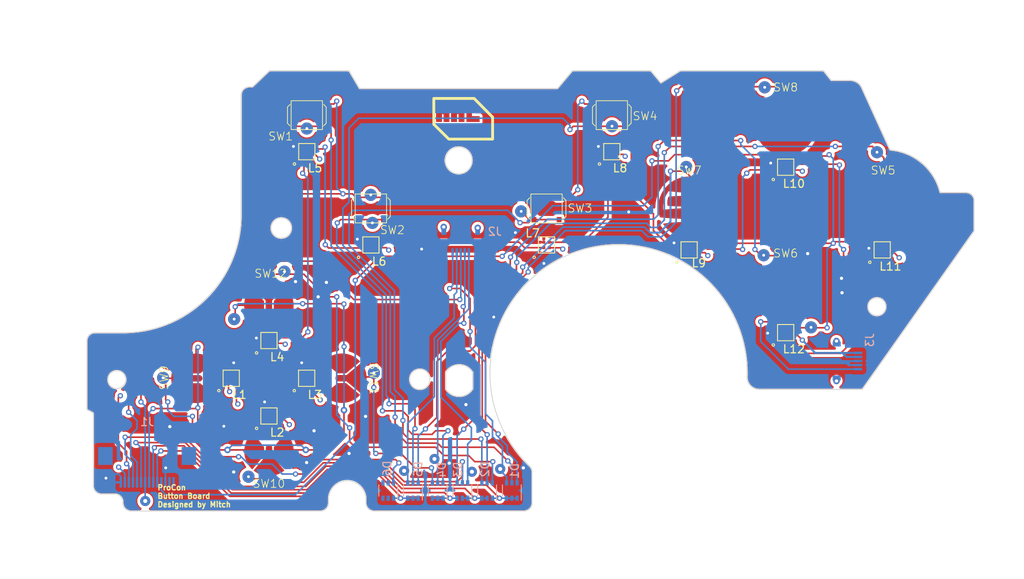
<source format=kicad_pcb>
(kicad_pcb (version 20221018) (generator pcbnew)
  (title_block (title "ProGCC RGB Button Board") (date "2024-03-05") (company "HHL"))
  (layers (0 "F.Cu" signal) (1 "In1.Cu" signal) (2 "In2.Cu" signal) (31 "B.Cu" signal) (34 "B.Paste" user) (35 "F.Paste" user) (36 "B.SilkS" user "B.Silkscreen") (37 "F.SilkS" user "F.Silkscreen") (38 "B.Mask" user) (39 "F.Mask" user) (44 "Edge.Cuts" user))
  (net 0 "")
  (net 1 "GND")
  (net 2 "+3V3")
  (net 3 "BUTTON_RGB")
  (net 4 "Push_A")
  (net 5 "Scan_C")
  (net 6 "Push_B")
  (net 7 "Scan_D")
  (net 8 "Scan_B")
  (net 9 "Push_C")
  (net 10 "Push_D")
  (net 11 "Scan_A")
  (net 12 "NFC")
  (net 13 "ZL_Pull")
  (net 14 "L_Pull")
  (net 15 "R_Pull")
  (net 16 "ZR_Pull")
  (net 17 "Plus_Pull")
  (net 18 "X_Pull")
  (net 19 "Home_Pull")
  (net 20 "Y_Pull")
  (net 21 "DU_Pull")
  (net 22 "A_Pull")
  (net 23 "DD_Pull")
  (net 24 "DR_Pull")
  (net 25 "Minus_Pull")
  (net 26 "Capture_Pull")
  (net 27 "B_Pull")
  (net 28 "NC")
  (net 29 "DL_Pull")
  (net 30 "Net-(L1-DOUT)")
  (net 31 "MENU_RGB")
  (net 32 "Net-(L2-DOUT)")
  (net 33 "Net-(L3-DOUT)")
  (net 34 "Net-(L5-DOUT)")
  (net 35 "Net-(L6-DOUT)")
  (net 36 "BPAD_RGB")
  (net 37 "Net-(L10-DIN)")
  (net 38 "Net-(L10-DOUT)")
  (net 39 "Net-(L11-DOUT)")
  (net 40 "Net-(L7-DOUT)")
  (net 41 "TRIGGER_RGB")
  (footprint "hhl:PTS540JM035SMTRLFS" (layer "F.Cu") (at 161.748 117.986)
    (fp_text reference "SW4")
    (fp_text value " TL3315NF100Q")
  )
  (footprint "hhl:PTS540JM035SMTRLFS" (layer "F.Cu") (at 132.048 129.486)
    (fp_text reference "SW2")
    (fp_text value " TL3315NF100Q")
  )
  (footprint "hhl:SK6805-EC-10" (layer "F.Cu") (at 132.048 133.986)
    (fp_text reference "L6")
    (fp_text value "SK6805-EC-10" hide)
  )
  (footprint "hhl:PTS540JM035SMTRLFS" (layer "F.Cu") (at 124.148 117.986)
    (fp_text reference "SW1")
    (fp_text value " TL3315NF100Q")
  )
  (footprint "hhl:SK6805-EC-10" (layer "F.Cu") (at 119.478 145.771)
    (fp_text reference "L4")
    (fp_text value "SK6805-EC-10" hide)
  )
  (footprint "hhl:SK6805-EC-10" (layer "F.Cu") (at 119.478 155.071)
    (fp_text reference "L2")
    (fp_text value "SK6805-EC-10" hide)
  )
  (footprint "hhl:SK6805-EC-10" (layer "F.Cu") (at 183.178 144.796)
    (fp_text reference "L12")
    (fp_text value "SK6805-EC-10" hide)
  )
  (footprint "hhl:SK6805-EC-10" (layer "F.Cu") (at 124.148 122.486)
    (fp_text reference "L5")
    (fp_text value "SK6805-EC-10" hide)
  )
  (footprint "progcc_v3:HHL_Logo" (layer "F.Cu") (at 142.748 118.872)
    (fp_text reference "REF**" hide)
    (fp_text value "HHL_Logo")
  )
  (footprint "hhl:SK6805-EC-10" (layer "F.Cu") (at 171.278 134.596)
    (fp_text reference "L9")
    (fp_text value "SK6805-EC-10" hide)
  )
  (footprint "progcc_v3:progcc_dpad" (layer "F.Cu") (at 119.478 159.421 180)
    (fp_text reference "SW10")
    (fp_text value "DPAD")
  )
  (footprint "hhl:SK6805-EC-10" (layer "F.Cu") (at 114.828 150.421)
    (fp_text reference "L1")
    (fp_text value "SK6805-EC-10" hide)
  )
  (footprint "hhl:SK6805-EC-10" (layer "F.Cu") (at 124.128 150.421)
    (fp_text reference "L3")
    (fp_text value "SK6805-EC-10" hide)
  )
  (footprint "hhl:SK6805-EC-10" (layer "F.Cu") (at 195.078 134.596)
    (fp_text reference "L11")
    (fp_text value "SK6805-EC-10" hide)
  )
  (footprint "hhl:SK6805-EC-10" (layer "F.Cu") (at 153.698 133.986)
    (fp_text reference "L7")
    (fp_text value "SK6805-EC-10" hide)
  )
  (footprint "progcc_v3:progcc_bpad" (layer "F.Cu") (at 171.278 129.346)
    (fp_text reference "SW7")
    (fp_text value "BPAD")
  )
  (footprint "hhl:SK6805-EC-10" (layer "F.Cu") (at 183.178 124.396)
    (fp_text reference "L10")
    (fp_text value "SK6805-EC-10" hide)
  )
  (footprint "progcc_v3:progcc_bpad" (layer "F.Cu") (at 195.078 129.346)
    (fp_text reference "SW5")
    (fp_text value "BPAD")
  )
  (footprint "progcc_v3:progcc_bpad" (layer "F.Cu") (at 183.178 139.546)
    (fp_text reference "SW6")
    (fp_text value "BPAD")
  )
  (footprint "hhl:PTS540JM035SMTRLFS" (layer "F.Cu") (at 153.698 129.486)
    (fp_text reference "SW3")
    (fp_text value " TL3315NF100Q")
  )
  (footprint "hhl:SK6805-EC-10" (layer "F.Cu") (at 161.748 122.486)
    (fp_text reference "L8")
    (fp_text value "SK6805-EC-10" hide)
  )
  (footprint "progcc_v3:progcc_dpad" (layer "F.Cu") (at 110.478 150.421 90)
    (fp_text reference "SW9")
    (fp_text value "DPAD")
  )
  (footprint "progcc_v3:progcc_bpad" (layer "F.Cu") (at 183.178 119.146)
    (fp_text reference "SW8")
    (fp_text value "BPAD")
  )
  (footprint "progcc_v3:progcc_dpad" (layer "F.Cu") (at 128.478 150.421 -90)
    (fp_text reference "SW11")
    (fp_text value "DPAD")
  )
  (footprint "progcc_v3:progcc_dpad" (layer "F.Cu") (at 119.478 141.421)
    (fp_text reference "SW12")
    (fp_text value "DPAD")
  )
  (footprint "Package_TO_SOT_SMD:SOT-363_SC-70-6" (layer "B.Cu") (at 146.37472 164.259612 90)
    (fp_text reference "D2")
    (fp_text value "BAS16VY,115")
  )
  (footprint "Package_TO_SOT_SMD:SOT-363_SC-70-6" (layer "B.Cu") (at 137.23072 164.259612 90)
    (fp_text reference "D5")
    (fp_text value "BAS16VY,115")
  )
  (footprint "Package_TO_SOT_SMD:SOT-363_SC-70-6" (layer "B.Cu") (at 140.27872 164.259612 90)
    (fp_text reference "D4")
    (fp_text value "BAS16VY,115")
  )
  (footprint "progcc_v3:molex_5034800540" (layer "B.Cu") (at 143.123 133.296)
    (fp_text reference "J2")
    (fp_text value "bumpers" hide)
  )
  (footprint "Package_TO_SOT_SMD:SOT-363_SC-70-6" (layer "B.Cu") (at 134.18272 164.259612 90)
    (fp_text reference "D6")
    (fp_text value "BAS16VY,115")
  )
  (footprint "Package_TO_SOT_SMD:SOT-363_SC-70-6" (layer "B.Cu") (at 143.32672 164.259612 90)
    (fp_text reference "D3")
    (fp_text value "BAS16VY,115")
  )
  (footprint "Package_TO_SOT_SMD:SOT-363_SC-70-6" (layer "B.Cu") (at 149.42272 164.259612 90)
    (fp_text reference "D1")
    (fp_text value "BAS16VY,115")
  )
  (footprint "progcc_v3:molex_5034800540" (layer "B.Cu") (at 190.519 148.294 90)
    (fp_text reference "J3")
    (fp_text value "bumpers")
  )
  (footprint "progcc_v3:molex_5051101492_14P" (layer "B.Cu") (at 104.46472 160.001644)
    (fp_text reference "J1")
    (fp_text value "To Button Board")
  )
  (gr_circle (center 119.478 150.421) (end 120.748 150.421) (stroke (width 0.2)) (fill solid) (layer "F.Cu"))
  (gr_circle (center 120.998 131.896) (end 122.248 131.896) (stroke (width 0.1)) (fill none) (layer "Edge.Cuts"))
  (gr_circle (center 142.868 123.556) (end 144.518 123.556) (stroke (width 0.1)) (fill none) (layer "Edge.Cuts"))
  (gr_arc (start 151.619219 161.258419) (mid 151.84757 161.588136) (end 151.928 161.981059) (stroke (width 0.1)) (layer "Edge.Cuts"))
  (gr_arc (start 205.428 127.516) (mid 206.135107 127.808893) (end 206.428 128.516) (stroke (width 0.1)) (layer "Edge.Cuts"))
  (gr_line (start 98.828 164.696) (end 100.478 164.696) (stroke (width 0.1)) (layer "Edge.Cuts"))
  (gr_line (start 116.048 115.496) (end 116.048 130.496) (stroke (width 0.1)) (layer "Edge.Cuts"))
  (gr_line (start 97.028 145.796) (end 97.028 154.15385) (stroke (width 0.1)) (layer "Edge.Cuts"))
  (gr_line (start 144.578 151.745231) (end 144.577999 149.666769) (stroke (width 0.1)) (layer "Edge.Cuts"))
  (gr_arc (start 196.048 122.266) (mid 199.986032 123.892745) (end 202.228 127.516) (stroke (width 0.1)) (layer "Edge.Cuts"))
  (gr_line (start 151.928 165.796) (end 151.928 161.981059) (stroke (width 0.1)) (layer "Edge.Cuts"))
  (gr_arc (start 100.478 164.696) (mid 101.185107 164.988893) (end 101.478 165.696) (stroke (width 0.1)) (layer "Edge.Cuts"))
  (gr_circle (center 100.728 150.586) (end 101.828 150.586) (stroke (width 0.1)) (fill none) (layer "Edge.Cuts"))
  (gr_line (start 166.548 112.496) (end 156.898 112.496) (stroke (width 0.1)) (layer "Edge.Cuts"))
  (gr_arc (start 102.478 166.796) (mid 101.770893 166.503107) (end 101.478 165.796) (stroke (width 0.1)) (layer "Edge.Cuts"))
  (gr_arc (start 179.918132 151.795999) (mid 178.857453 151.356672) (end 178.418129 150.296003) (stroke (width 0.1)) (layer "Edge.Cuts"))
  (gr_arc (start 151.928 165.796) (mid 151.635107 166.503107) (end 150.928 166.796) (stroke (width 0.1)) (layer "Edge.Cuts"))
  (gr_arc (start 97.155141 154.359568) (mid 97.06235 154.274768) (end 97.028 154.15385) (stroke (width 0.1)) (layer "Edge.Cuts"))
  (gr_line (start 156.898 112.496) (end 155.048 114.696) (stroke (width 0.1)) (layer "Edge.Cuts"))
  (gr_line (start 97.155141 154.359568) (end 97.700859 154.632432) (stroke (width 0.1)) (layer "Edge.Cuts"))
  (gr_line (start 129.348 112.496) (end 119.548 112.496) (stroke (width 0.1)) (layer "Edge.Cuts"))
  (gr_line (start 117.448 114.496) (end 117.048 114.496) (stroke (width 0.1)) (layer "Edge.Cuts"))
  (gr_line (start 101.528 144.796) (end 98.028 144.796) (stroke (width 0.1)) (layer "Edge.Cuts"))
  (gr_line (start 132.428 166.796) (end 150.928 166.796) (stroke (width 0.1)) (layer "Edge.Cuts"))
  (gr_arc (start 144.577999 151.745231) (mid 142.928 152.655999) (end 141.278001 151.745231) (stroke (width 0.1)) (layer "Edge.Cuts"))
  (gr_arc (start 126.828 165.796) (mid 126.535107 166.503107) (end 125.828 166.796) (stroke (width 0.1)) (layer "Edge.Cuts"))
  (gr_line (start 141.278 149.66677) (end 141.278 151.745231) (stroke (width 0.1)) (layer "Edge.Cuts"))
  (gr_line (start 102.478 166.796) (end 125.828 166.796) (stroke (width 0.1)) (layer "Edge.Cuts"))
  (gr_line (start 126.828 165.796) (end 126.828 165.346) (stroke (width 0.1)) (layer "Edge.Cuts"))
  (gr_arc (start 173.103119 137.956193) (mid 177.132798 143.535074) (end 178.418129 150.296003) (stroke (width 0.1)) (layer "Edge.Cuts"))
  (gr_line (start 205.428 127.516) (end 202.228 127.516) (stroke (width 0.1)) (layer "Edge.Cuts"))
  (gr_circle (center 194.428 141.596) (end 195.528 141.596) (stroke (width 0.1)) (fill none) (layer "Edge.Cuts"))
  (gr_arc (start 97.028 145.796) (mid 97.320893 145.088893) (end 98.028 144.796) (stroke (width 0.1)) (layer "Edge.Cuts"))
  (gr_line (start 97.828 154.83815) (end 97.828 163.696) (stroke (width 0.1)) (layer "Edge.Cuts"))
  (gr_arc (start 141.278 149.66677) (mid 142.927999 148.756) (end 144.577999 149.666768) (stroke (width 0.1)) (layer "Edge.Cuts"))
  (gr_line (start 119.548 112.496) (end 117.448 114.496) (stroke (width 0.1)) (layer "Edge.Cuts"))
  (gr_arc (start 151.619219 161.258419) (mid 150.922 139.060718) (end 173.103119 137.956194) (stroke (width 0.1)) (layer "Edge.Cuts"))
  (gr_arc (start 126.828 165.346) (mid 129.128 163.046) (end 131.428 165.346) (stroke (width 0.1)) (layer "Edge.Cuts"))
  (gr_arc (start 98.828 164.696) (mid 98.120893 164.403107) (end 97.828 163.696) (stroke (width 0.1)) (layer "Edge.Cuts"))
  (gr_arc (start 97.700859 154.632432) (mid 97.79365 154.717232) (end 97.828 154.83815) (stroke (width 0.1)) (layer "Edge.Cuts"))
  (gr_line (start 179.918132 151.796) (end 192.628 151.796) (stroke (width 0.1)) (layer "Edge.Cuts"))
  (gr_line (start 196.048 122.266) (end 192.547868 114.5747) (stroke (width 0.1)) (layer "Edge.Cuts"))
  (gr_line (start 192.628 151.796) (end 206.428 132.246) (stroke (width 0.1)) (layer "Edge.Cuts"))
  (gr_line (start 155.048 114.696) (end 130.648 114.696) (stroke (width 0.1)) (layer "Edge.Cuts"))
  (gr_line (start 206.428 132.246) (end 206.428 128.516) (stroke (width 0.1)) (layer "Edge.Cuts"))
  (gr_arc (start 191.1826 113.696) (mid 191.994402 113.93466) (end 192.547868 114.5747) (stroke (width 0.1)) (layer "Edge.Cuts"))
  (gr_line (start 101.478 165.696) (end 101.478 165.796) (stroke (width 0.1)) (layer "Edge.Cuts"))
  (gr_line (start 131.428 165.346) (end 131.428 165.796) (stroke (width 0.1)) (layer "Edge.Cuts"))
  (gr_line (start 191.1826 113.696) (end 188.798 113.696) (stroke (width 0.1)) (layer "Edge.Cuts"))
  (gr_line (start 188.798 113.696) (end 187.848 112.496) (stroke (width 0.1)) (layer "Edge.Cuts"))
  (gr_arc (start 132.428 166.796) (mid 131.720893 166.503107) (end 131.428 165.796) (stroke (width 0.1)) (layer "Edge.Cuts"))
  (gr_line (start 170.198 112.496) (end 167.798 113.996) (stroke (width 0.1)) (layer "Edge.Cuts"))
  (gr_arc (start 116.048 115.496) (mid 116.340893 114.788893) (end 117.048 114.496) (stroke (width 0.1)) (layer "Edge.Cuts"))
  (gr_circle (center 138.078 150.546) (end 139.328 150.546) (stroke (width 0.1)) (fill none) (layer "Edge.Cuts"))
  (gr_line (start 130.648 114.696) (end 129.348 112.496) (stroke (width 0.1)) (layer "Edge.Cuts"))
  (gr_arc (start 116.048 130.496) (mid 111.717705 140.620778) (end 101.528 144.796) (stroke (width 0.1)) (layer "Edge.Cuts"))
  (gr_line (start 167.798 113.996) (end 166.548 112.496) (stroke (width 0.1)) (layer "Edge.Cuts"))
  (gr_line (start 187.848 112.496) (end 170.198 112.496) (stroke (width 0.1)) (layer "Edge.Cuts"))
  (gr_text "ProCon\nButton Board\nDesigned by Mitch" (at 105.664 166.37) (layer "F.SilkS") (effects (font (size 0.65 0.65)) (justify left bottom)))
  (via (at 145.214 131.884) (size 0.8) (drill 0.4) (layers "F.Cu" "B.Cu") (net 0))
  (via (at 141.024 131.774) (size 0.8) (drill 0.4) (layers "F.Cu" "B.Cu") (net 0))
  (via (at 189.444 145.834) (size 0.8) (drill 0.4) (layers "F.Cu" "B.Cu") (net 0))
  (via (at 189.444 150.754) (size 0.8) (drill 0.4) (layers "F.Cu" "B.Cu") (net 0))
  (segment (start 145.213 131.885) (end 145.214 131.884) (width 0.25) (layer "B.Cu") (net 0))
  (segment (start 189.469 150.729) (end 189.444 150.754) (width 0.15) (layer "B.Cu") (net 0))
  (segment (start 189.469 146.204) (end 189.469 145.859) (width 0.15) (layer "B.Cu") (net 0))
  (segment (start 189.469 145.859) (end 189.444 145.834) (width 0.15) (layer "B.Cu") (net 0))
  (segment (start 141.033 132.246) (end 141.033 131.783) (width 0.25) (layer "B.Cu") (net 0))
  (segment (start 141.033 131.783) (end 141.024 131.774) (width 0.25) (layer "B.Cu") (net 0))
  (segment (start 189.469 150.384) (end 189.469 150.729) (width 0.15) (layer "B.Cu") (net 0))
  (segment (start 145.213 132.246) (end 145.213 131.885) (width 0.25) (layer "B.Cu") (net 0))
  (segment (start 122.808108 122.151) (end 122.49872 121.841612) (width 0.2) (layer "F.Cu") (net 1))
  (segment (start 131.713 133.651) (end 130.752108 133.651) (width 0.2) (layer "F.Cu") (net 1))
  (segment (start 160.400108 122.151) (end 160.09072 121.841612) (width 0.2) (layer "F.Cu") (net 1))
  (segment (start 123.793 150.086) (end 123.793 148.789892) (width 0.2) (layer "F.Cu") (net 1))
  (segment (start 181.501467 124.061) (end 181.334234 123.893767) (width 0.2) (layer "F.Cu") (net 1))
  (segment (start 169.418 133.731) (end 169.948 134.261) (width 0.2) (layer "F.Cu") (net 1))
  (segment (start 119.143 145.436) (end 117.954332 145.436) (width 0.2) (layer "F.Cu") (net 1))
  (segment (start 123.813 122.151) (end 123.813 121.403) (width 0.2) (layer "F.Cu") (net 1))
  (segment (start 169.948 134.261) (end 170.943 134.261) (width 0.2) (layer "F.Cu") (net 1))
  (segment (start 161.413 122.151) (end 160.400108 122.151) (width 0.2) (layer "F.Cu") (net 1))
  (segment (start 182.843 144.461) (end 181.357 144.461) (width 0.2) (layer "F.Cu") (net 1))
  (segment (start 193.432979 134.393539) (end 193.565518 134.261) (width 0.2) (layer "F.Cu") (net 1))
  (segment (start 119.143 153.537892) (end 118.94272 153.337612) (width 0.2) (layer "F.Cu") (net 1))
  (segment (start 119.143 154.736) (end 119.143 153.537892) (width 0.2) (layer "F.Cu") (net 1))
  (segment (start 193.565518 134.261) (end 194.743 134.261) (width 0.2) (layer "F.Cu") (net 1))
  (segment (start 117.954332 145.436) (end 117.92672 145.463612) (width 0.2) (layer "F.Cu") (net 1))
  (segment (start 161.413 122.151) (end 161.413 121.423) (width 0.2) (layer "F.Cu") (net 1))
  (segment (start 181.229174 144.588826) (end 180.954 144.864) (width 0.2) (layer "F.Cu") (net 1))
  (segment (start 130.752108 133.651) (end 130.37272 133.271612) (width 0.2) (layer "F.Cu") (net 1))
  (segment (start 153.363 133.651) (end 151.05 133.651) (width 0.2) (layer "F.Cu") (net 1))
  (segment (start 123.813 121.403) (end 123.734 121.324) (width 0.2) (layer "F.Cu") (net 1))
  (segment (start 151.05 133.651) (end 149.86 132.461) (width 0.2) (layer "F.Cu") (net 1))
  (segment (start 123.793 148.789892) (end 123.51472 148.511612) (width 0.2) (layer "F.Cu") (net 1))
  (segment (start 114.493 149.151332) (end 115.13272 148.511612) (width 0.2) (layer "F.Cu") (net 1))
  (segment (start 123.813 122.151) (end 122.808108 122.151) (width 0.2) (layer "F.Cu") (net 1))
  (segment (start 114.493 150.086) (end 114.493 149.151332) (width 0.2) (layer "F.Cu") (net 1))
  (segment (start 181.357 144.461) (end 180.954 144.864) (width 0.2) (layer "F.Cu") (net 1))
  (segment (start 182.843 124.061) (end 181.501467 124.061) (width 0.2) (layer "F.Cu") (net 1))
  (segment (start 161.413 121.423) (end 161.374 121.384) (width 0.2) (layer "F.Cu") (net 1))
  (via (at 126.56272 138.605612) (size 0.8) (drill 0.4) (layers "F.Cu" "B.Cu") (net 1))
  (via (at 99.38472 162.735612) (size 0.65) (drill 0.35) (layers "F.Cu" "B.Cu") (net 1))
  (via (at 181.334234 123.893767) (size 0.65) (drill 0.35) (layers "F.Cu" "B.Cu") (net 1))
  (via (at 122.49872 121.841612) (size 0.65) (drill 0.35) (layers "F.Cu" "B.Cu") (net 1))
  (via (at 141.710917 160.887606) (size 0.8) (drill 0.4) (layers "F.Cu" "B.Cu") (net 1))
  (via (at 106.75072 161.465612) (size 0.65) (drill 0.35) (layers "F.Cu" "B.Cu") (net 1))
  (via (at 118.94272 153.337612) (size 0.65) (drill 0.35) (layers "F.Cu" "B.Cu") (net 1))
  (via (at 169.418 133.731) (size 0.65) (drill 0.35) (layers "F.Cu" "B.Cu") (net 1))
  (via (at 107.25872 156.385612) (size 0.8) (drill 0.4) (layers "F.Cu" "B.Cu") (net 1))
  (via (at 153.374 136.264) (size 0.65) (drill 0.35) (layers "F.Cu" "B.Cu") (net 1))
  (via (at 124.125528 160.812249) (size 0.8) (drill 0.4) (layers "F.Cu" "B.Cu") (net 1))
  (via (at 115.13272 148.511612) (size 0.65) (drill 0.35) (layers "F.Cu" "B.Cu") (net 1))
  (via (at 125.03872 156.893612) (size 0.8) (drill 0.4) (layers "F.Cu" "B.Cu") (net 1))
  (via (at 185.894937 135.051757) (size 0.8) (drill 0.4) (layers "F.Cu" "B.Cu") (net 1))
  (via (at 190.125683 139.881547) (size 0.8) (drill 0.4) (layers "F.Cu" "B.Cu") (net 1))
  (via (at 190.06272 138.097612) (size 0.8) (drill 0.4) (layers "F.Cu" "B.Cu") (net 1))
  (via (at 113.919 156.337) (size 0.65) (drill 0.35) (layers "F.Cu" "B.Cu") (net 1))
  (via (at 131.38872 155.115612) (size 0.8) (drill 0.4) (layers "F.Cu" "B.Cu") (net 1))
  (via (at 117.92672 145.463612) (size 0.65) (drill 0.35) (layers "F.Cu" "B.Cu") (net 1))
  (via (at 130.37272 133.271612) (size 0.65) (drill 0.35) (layers "F.Cu" "B.Cu") (net 1))
  (via (at 160.09072 121.841612) (size 0.65) (drill 0.35) (layers "F.Cu" "B.Cu") (net 1))
  (via (at 129.35672 159.687612) (size 0.8) (drill 0.4) (layers "F.Cu" "B.Cu") (net 1))
  (via (at 115.13272 161.973612) (size 0.8) (drill 0.4) (layers "F.Cu" "B.Cu") (net 1))
  (via (at 149.86 132.461) (size 0.65) (drill 0.35) (layers "F.Cu" "B.Cu") (net 1))
  (via (at 150.842087 161.464691) (size 0.8) (drill 0.4) (layers "F.Cu" "B.Cu") (net 1))
  (via (at 180.954 144.864) (size 0.65) (drill 0.35) (layers "F.Cu" "B.Cu") (net 1))
  (via (at 147.193 142.875) (size 0.65) (drill 0.35) (layers "F.Cu" "B.Cu") (net 1))
  (via (at 123.51472 148.511612) (size 0.65) (drill 0.35) (layers "F.Cu" "B.Cu") (net 1))
  (via (at 163.83 129.921) (size 0.65) (drill 0.35) (layers "F.Cu" "B.Cu") (net 1))
  (via (at 125.54672 140.383612) (size 0.8) (drill 0.4) (layers "F.Cu" "B.Cu") (net 1))
  (via (at 143.764 153.67) (size 0.8) (drill 0.4) (layers "F.Cu" "B.Cu") (net 1))
  (via (at 193.432979 134.393539) (size 0.65) (drill 0.35) (layers "F.Cu" "B.Cu") (net 1))
  (via (at 122.755581 138.50328) (size 0.8) (drill 0.4) (layers "F.Cu" "B.Cu") (net 1))
  (via (at 138.303 134.493) (size 0.65) (drill 0.35) (layers "F.Cu" "B.Cu") (net 1))
  (segment (start 106.71472 161.501612) (end 106.75072 161.465612) (width 0.2) (layer "B.Cu") (net 1))
  (segment (start 192.099 148.314) (end 190.444 148.314) (width 0.25) (layer "B.Cu") (net 1))
  (segment (start 192.119 148.294) (end 192.099 148.314) (width 0.25) (layer "B.Cu") (net 1))
  (segment (start 192.119 148.794) (end 190.924 148.794) (width 0.25) (layer "B.Cu") (net 1))
  (segment (start 190.444 148.314) (end 184.174 148.314) (width 0.25) (layer "B.Cu") (net 1))
  (segment (start 180.954 145.094) (end 180.954 144.864) (width 0.25) (layer "B.Cu") (net 1))
  (segment (start 100.90872 162.227612) (end 99.89272 162.227612) (width 0.2) (layer "B.Cu") (net 1))
  (segment (start 190.924 148.794) (end 190.444 148.314) (width 0.25) (layer "B.Cu") (net 1))
  (segment (start 184.174 148.314) (end 180.954 145.094) (width 0.25) (layer "B.Cu") (net 1))
  (segment (start 101.21472 163.251644) (end 101.21472 162.533612) (width 0.2) (layer "B.Cu") (net 1))
  (segment (start 106.71472 163.251644) (end 106.71472 161.501612) (width 0.2) (layer "B.Cu") (net 1))
  (segment (start 99.89272 162.227612) (end 99.38472 162.735612) (width 0.2) (layer "B.Cu") (net 1))
  (segment (start 101.21472 162.533612) (end 100.90872 162.227612) (width 0.2) (layer "B.Cu") (net 1))
  (segment (start 196.548108 134.931) (end 197.17472 135.557612) (width 0.2) (layer "F.Cu") (net 2))
  (segment (start 115.474 153.424892) (end 115.64072 153.591612) (width 0.2) (layer "F.Cu") (net 2))
  (segment (start 115.163 151.223) (end 115.474 151.534) (width 0.2) (layer "F.Cu") (net 2))
  (segment (start 185.101108 124.754) (end 185.23672 124.889612) (width 0.2) (layer "F.Cu") (net 2))
  (segment (start 121.363108 146.106) (end 121.48272 146.225612) (width 0.2) (layer "F.Cu") (net 2))
  (segment (start 124.506 122.844) (end 125.175175 122.844) (width 0.2) (layer "F.Cu") (net 2))
  (segment (start 115.474 151.534) (end 115.474 153.424892) (width 0.2) (layer "F.Cu") (net 2))
  (segment (start 154.046 134.334) (end 154.033 134.321) (width 0.2) (layer "F.Cu") (net 2))
  (segment (start 163.15072 122.821) (end 162.083 122.821) (width 0.2) (layer "F.Cu") (net 2))
  (segment (start 183.513 124.731) (end 183.536 124.754) (width 0.2) (layer "F.Cu") (net 2))
  (segment (start 119.813 146.106) (end 121.363108 146.106) (width 0.2) (layer "F.Cu") (net 2))
  (segment (start 163.39272 123.063) (end 163.15072 122.821) (width 0.2) (layer "F.Cu") (net 2))
  (segment (start 133.94 134.321) (end 132.383 134.321) (width 0.2) (layer "F.Cu") (net 2))
  (segment (start 134.239 134.62) (end 133.94 134.321) (width 0.2) (layer "F.Cu") (net 2))
  (segment (start 171.616 134.934) (end 171.613 134.931) (width 0.2) (layer "F.Cu") (net 2))
  (segment (start 155.534975 134.334) (end 154.046 134.334) (width 0.2) (layer "F.Cu") (net 2))
  (segment (start 115.163 150.756) (end 115.163 151.223) (width 0.2) (layer "F.Cu") (net 2))
  (segment (start 195.413 134.931) (end 196.548108 134.931) (width 0.2) (layer "F.Cu") (net 2))
  (segment (start 173.213031 134.934) (end 171.616 134.934) (width 0.2) (layer "F.Cu") (net 2))
  (segment (start 184.650108 145.131) (end 185.23672 145.717612) (width 0.2) (layer "F.Cu") (net 2))
  (segment (start 155.693975 134.493) (end 155.534975 134.334) (width 0.2) (layer "F.Cu") (net 2))
  (segment (start 119.813 155.406) (end 121.265108 155.406) (width 0.2) (layer "F.Cu") (net 2))
  (segment (start 125.175175 122.844) (end 125.726872 123.395697) (width 0.2) (layer "F.Cu") (net 2))
  (segment (start 124.463 151.745892) (end 125.80072 153.083612) (width 0.2) (layer "F.Cu") (net 2))
  (segment (start 124.483 122.821) (end 124.506 122.844) (width 0.2) (layer "F.Cu") (net 2))
  (segment (start 183.536 124.754) (end 185.101108 124.754) (width 0.2) (layer "F.Cu") (net 2))
  (segment (start 173.579679 135.300648) (end 173.213031 134.934) (width 0.2) (layer "F.Cu") (net 2))
  (segment (start 121.265108 155.406) (end 121.99072 156.131612) (width 0.2) (layer "F.Cu") (net 2))
  (segment (start 183.513 145.131) (end 184.650108 145.131) (width 0.2) (layer "F.Cu") (net 2))
  (segment (start 124.463 150.756) (end 124.463 151.745892) (width 0.2) (layer "F.Cu") (net 2))
  (via (at 100.946952 161.373173) (size 0.65) (drill 0.35) (layers "F.Cu" "B.Cu") (net 2))
  (via (at 115.64072 153.591612) (size 0.65) (drill 0.35) (layers "F.Cu" "B.Cu") (net 2))
  (via (at 121.99072 156.131612) (size 0.65) (drill 0.35) (layers "F.Cu" "B.Cu") (net 2))
  (via (at 185.23672 145.717612) (size 0.65) (drill 0.35) (layers "F.Cu" "B.Cu") (net 2))
  (via (at 125.80072 153.083612) (size 0.65) (drill 0.35) (layers "F.Cu" "B.Cu") (net 2))
  (via (at 125.726872 123.395697) (size 0.65) (drill 0.35) (layers "F.Cu" "B.Cu") (net 2))
  (via (at 155.693975 134.493) (size 0.65) (drill 0.35) (layers "F.Cu" "B.Cu") (net 2))
  (via (at 173.579679 135.300648) (size 0.65) (drill 0.35) (layers "F.Cu" "B.Cu") (net 2))
  (via (at 163.39272 123.063) (size 0.65) (drill 0.35) (layers "F.Cu" "B.Cu") (net 2))
  (via (at 197.17472 135.557612) (size 0.65) (drill 0.35) (layers "F.Cu" "B.Cu") (net 2))
  (via (at 121.48272 146.225612) (size 0.65) (drill 0.35) (layers "F.Cu" "B.Cu") (net 2))
  (via (at 185.23672 124.889612) (size 0.65) (drill 0.35) (layers "F.Cu" "B.Cu") (net 2))
  (via (at 134.239 134.62) (size 0.65) (drill 0.35) (layers "F.Cu" "B.Cu") (net 2))
  (segment (start 186.813108 147.294) (end 185.23672 145.717612) (width 0.25) (layer "B.Cu") (net 2))
  (segment (start 190.664 147.794) (end 190.164 147.294) (width 0.25) (layer "B.Cu") (net 2))
  (segment (start 101.71472 162.140941) (end 100.946952 161.373173) (width 0.2) (layer "B.Cu") (net 2))
  (segment (start 190.164 147.294) (end 186.813108 147.294) (width 0.25) (layer "B.Cu") (net 2))
  (segment (start 192.119 147.294) (end 190.164 147.294) (width 0.25) (layer "B.Cu") (net 2))
  (segment (start 192.119 147.794) (end 190.664 147.794) (width 0.25) (layer "B.Cu") (net 2))
  (segment (start 101.71472 163.251644) (end 101.71472 162.140941) (width 0.2) (layer "B.Cu") (net 2))
  (segment (start 100.90872 152.829612) (end 101.16272 152.575612) (width 0.2) (layer "F.Cu") (net 3))
  (segment (start 100.90872 158.417612) (end 100.90872 152.829612) (width 0.2) (layer "F.Cu") (net 3))
  (segment (start 114.493 151.935892) (end 114.493 150.756) (width 0.2) (layer "F.Cu") (net 3))
  (segment (start 101.92472 160.957612) (end 101.92472 159.433612) (width 0.2) (layer "F.Cu") (net 3))
  (segment (start 114.62472 152.067612) (end 114.493 151.935892) (width 0.2) (layer "F.Cu") (net 3))
  (segment (start 101.92472 159.433612) (end 100.90872 158.417612) (width 0.2) (layer "F.Cu") (net 3))
  (via (at 101.92472 160.957612) (size 0.65) (drill 0.35) (layers "F.Cu" "B.Cu") (net 3))
  (via (at 114.62472 152.067612) (size 0.65) (drill 0.35) (layers "F.Cu" "B.Cu") (net 3))
  (via (at 101.16272 152.575612) (size 0.65) (drill 0.35) (layers "F.Cu" "B.Cu") (net 3))
  (segment (start 102.21472 163.251644) (end 102.21472 161.247612) (width 0.2) (layer "B.Cu") (net 3))
  (segment (start 102.21472 161.247612) (end 101.92472 160.957612) (width 0.2) (layer "B.Cu") (net 3))
  (segment (start 146.269509 163.580401) (end 147.89872 165.209612) (width 0.2) (layer "F.Cu") (net 4))
  (segment (start 115.13272 163.751612) (end 124.02272 163.751612) (width 0.2) (layer "F.Cu") (net 4))
  (segment (start 109.067357 157.686249) (end 115.13272 163.751612) (width 0.2) (layer "F.Cu") (net 4))
  (segment (start 124.02272 163.751612) (end 126.519259 161.255073) (width 0.2) (layer "F.Cu") (net 4))
  (segment (start 126.519259 161.255073) (end 133.646082 161.255073) (width 0.2) (layer "F.Cu") (net 4))
  (segment (start 101.747324 157.686249) (end 109.067357 157.686249) (width 0.2) (layer "F.Cu") (net 4))
  (segment (start 135.97141 163.580401) (end 146.269509 163.580401) (width 0.2) (layer "F.Cu") (net 4))
  (segment (start 133.646082 161.255073) (end 135.97141 163.580401) (width 0.2) (layer "F.Cu") (net 4))
  (via (at 147.89872 165.209612) (size 0.65) (drill 0.35) (layers "F.Cu" "B.Cu") (net 4))
  (via (at 101.747324 157.686249) (size 0.65) (drill 0.35) (layers "F.Cu" "B.Cu") (net 4))
  (segment (start 147.02472 165.209612) (end 148.77272 165.209612) (width 0.2) (layer "B.Cu") (net 4))
  (segment (start 150.07272 165.209612) (end 149.42272 165.209612) (width 0.2) (layer "B.Cu") (net 4))
  (segment (start 102.149877 160.224455) (end 101.747324 159.821902) (width 0.2) (layer "B.Cu") (net 4))
  (segment (start 102.71472 160.789298) (end 102.149877 160.224455) (width 0.2) (layer "B.Cu") (net 4))
  (segment (start 149.42272 165.209612) (end 148.77272 165.209612) (width 0.2) (layer "B.Cu") (net 4))
  (segment (start 101.747324 159.821902) (end 101.747324 157.686249) (width 0.2) (layer "B.Cu") (net 4))
  (segment (start 102.71472 163.251644) (end 102.71472 160.789298) (width 0.2) (layer "B.Cu") (net 4))
  (segment (start 120.97472 127.683612) (end 118.68872 129.969612) (width 0.2) (layer "F.Cu") (net 5))
  (segment (start 116.345034 137.781966) (end 102.17872 151.94828) (width 0.2) (layer "F.Cu") (net 5))
  (segment (start 116.345034 136.266456) (end 116.345034 137.781966) (width 0.2) (layer "F.Cu") (net 5))
  (segment (start 158.416108 116.611) (end 163.298 116.611) (width 0.2) (layer "F.Cu") (net 5))
  (segment (start 122.598 116.611) (end 127.475332 116.611) (width 0.2) (layer "F.Cu") (net 5))
  (segment (start 118.68872 133.92277) (end 116.345034 136.266456) (width 0.2) (layer "F.Cu") (net 5))
  (segment (start 129.770612 127.683612) (end 130.2046 128.1176) (width 0.2) (layer "F.Cu") (net 5))
  (segment (start 158.05872 116.253612) (end 158.416108 116.611) (width 0.2) (layer "F.Cu") (net 5))
  (segment (start 102.17872 151.94828) (end 102.17872 154.607612) (width 0.2) (layer "F.Cu") (net 5))
  (segment (start 128.59472 127.683612) (end 120.97472 127.683612) (width 0.2) (layer "F.Cu") (net 5))
  (segment (start 128.59472 127.683612) (end 129.770612 127.683612) (width 0.2) (layer "F.Cu") (net 5))
  (segment (start 130.2046 128.1176) (end 156.608732 128.1176) (width 0.2) (layer "F.Cu") (net 5))
  (segment (start 156.608732 128.1176) (end 157.55072 127.175612) (width 0.2) (layer "F.Cu") (net 5))
  (segment (start 127.475332 116.611) (end 127.83272 116.253612) (width 0.2) (layer "F.Cu") (net 5))
  (segment (start 118.68872 129.969612) (end 118.68872 133.92277) (width 0.2) (layer "F.Cu") (net 5))
  (via (at 102.17872 154.607612) (size 0.65) (drill 0.35) (layers "F.Cu" "B.Cu") (net 5))
  (via (at 158.05872 116.253612) (size 0.65) (drill 0.35) (layers "F.Cu" "B.Cu") (net 5))
  (via (at 157.55072 127.175612) (size 0.65) (drill 0.35) (layers "F.Cu" "B.Cu") (net 5))
  (via (at 127.83272 116.253612) (size 0.65) (drill 0.35) (layers "F.Cu" "B.Cu") (net 5))
  (via (at 132.0292 127.8128) (size 1.5) (drill 0.35) (layers "F.Cu" "B.Cu") (net 5))
  (via (at 128.59472 127.683612) (size 0.65) (drill 0.35) (layers "F.Cu" "B.Cu") (net 5))
  (segment (start 157.55072 127.175612) (end 157.55072 116.761612) (width 0.2) (layer "B.Cu") (net 5))
  (segment (start 102.43272 157.401612) (end 102.43272 159.941612) (width 0.2) (layer "B.Cu") (net 5))
  (segment (start 127.83272 116.253612) (end 127.83272 126.921612) (width 0.2) (layer "B.Cu") (net 5))
  (segment (start 102.17872 154.607612) (end 103.21472 155.643612) (width 0.2) (layer "B.Cu") (net 5))
  (segment (start 127.83272 126.921612) (end 128.59472 127.683612) (width 0.2) (layer "B.Cu") (net 5))
  (segment (start 102.43272 159.941612) (end 103.21472 160.723612) (width 0.2) (layer "B.Cu") (net 5))
  (segment (start 103.21472 155.643612) (end 103.21472 156.619612) (width 0.2) (layer "B.Cu") (net 5))
  (segment (start 103.21472 156.619612) (end 102.43272 157.401612) (width 0.2) (layer "B.Cu") (net 5))
  (segment (start 157.55072 116.761612) (end 158.05872 116.253612) (width 0.2) (layer "B.Cu") (net 5))
  (segment (start 103.21472 160.723612) (end 103.21472 163.251644) (width 0.2) (layer "B.Cu") (net 5))
  (segment (start 103.080657 158.34883) (end 109.164252 158.34883) (width 0.2) (layer "F.Cu") (net 6))
  (segment (start 109.164252 158.34883) (end 114.970166 164.154744) (width 0.2) (layer "F.Cu") (net 6))
  (segment (start 135.830935 164.005612) (end 143.64672 164.005612) (width 0.2) (layer "F.Cu") (net 6))
  (segment (start 126.670237 161.669781) (end 133.495104 161.669781) (width 0.2) (layer "F.Cu") (net 6))
  (segment (start 133.495104 161.669781) (end 135.830935 164.005612) (width 0.2) (layer "F.Cu") (net 6))
  (segment (start 114.970166 164.154744) (end 124.185274 164.154744) (width 0.2) (layer "F.Cu") (net 6))
  (segment (start 143.64672 164.005612) (end 144.85072 165.209612) (width 0.2) (layer "F.Cu") (net 6))
  (segment (start 124.185274 164.154744) (end 126.670237 161.669781) (width 0.2) (layer "F.Cu") (net 6))
  (via (at 103.080657 158.34883) (size 0.65) (drill 0.35) (layers "F.Cu" "B.Cu") (net 6))
  (via (at 144.85072 165.209612) (size 0.65) (drill 0.35) (layers "F.Cu" "B.Cu") (net 6))
  (segment (start 146.37472 165.209612) (end 145.72472 165.209612) (width 0.2) (layer "B.Cu") (net 6))
  (segment (start 143.97672 165.209612) (end 143.32672 165.209612) (width 0.2) (layer "B.Cu") (net 6))
  (segment (start 103.71472 158.982893) (end 103.080657 158.34883) (width 0.2) (layer "B.Cu") (net 6))
  (segment (start 103.71472 163.251644) (end 103.71472 158.982893) (width 0.2) (layer "B.Cu") (net 6))
  (segment (start 145.72472 165.209612) (end 143.97672 165.209612) (width 0.2) (layer "B.Cu") (net 6))
  (segment (start 125.207975 135.980867) (end 118.781133 135.980867) (width 0.2) (layer "F.Cu") (net 7))
  (segment (start 143.00905 140.716947) (end 129.944055 140.716947) (width 0.2) (layer "F.Cu") (net 7))
  (segment (start 129.944055 140.716947) (end 125.207975 135.980867) (width 0.2) (layer "F.Cu") (net 7))
  (segment (start 118.781133 135.980867) (end 103.70272 151.05928) (width 0.2) (layer "F.Cu") (net 7))
  (segment (start 103.70272 151.05928) (end 103.70272 153.337612) (width 0.2) (layer "F.Cu") (net 7))
  (via (at 103.70272 153.337612) (size 0.65) (drill 0.35) (layers "F.Cu" "B.Cu") (net 7))
  (via (at 104.227219 165.552532) (size 1.25) (drill 0.5) (layers "F.Cu" "B.Cu") (net 7))
  (via (at 143.00905 140.716947) (size 0.65) (drill 0.35) (layers "F.Cu" "B.Cu") (net 7))
  (segment (start 143.123 134.896) (end 143.134 134.907) (width 0.2) (layer "B.Cu") (net 7))
  (segment (start 103.70272 153.337612) (end 104.21472 153.849612) (width 0.2) (layer "B.Cu") (net 7))
  (segment (start 143.134 134.907) (end 143.134 140.591997) (width 0.2) (layer "B.Cu") (net 7))
  (segment (start 104.21472 165.42872) (end 104.267 165.481) (width 0.2) (layer "B.Cu") (net 7))
  (segment (start 104.21472 163.251644) (end 104.21472 165.42872) (width 0.2) (layer "B.Cu") (net 7))
  (segment (start 143.134 140.591997) (end 143.00905 140.716947) (width 0.2) (layer "B.Cu") (net 7))
  (segment (start 104.21472 153.849612) (end 104.21472 163.251644) (width 0.2) (layer "B.Cu") (net 7))
  (segment (start 110.706298 152.782898) (end 110.478 152.5546) (width 0.2) (layer "F.Cu") (net 8))
  (segment (start 113.050002 159.253572) (end 110.706298 156.909868) (width 0.2) (layer "F.Cu") (net 8))
  (segment (start 110.49 146.834824) (end 110.49 148.2754) (width 0.2) (layer "F.Cu") (net 8))
  (segment (start 110.706298 154.06564) (end 110.706298 152.782898) (width 0.2) (layer "F.Cu") (net 8))
  (segment (start 128.7279 157.806787) (end 127.281115 159.253572) (width 0.2) (layer "F.Cu") (net 8))
  (segment (start 115.316 141.605) (end 115.316 143.002) (width 0.2) (layer "F.Cu") (net 8))
  (segment (start 115.316 143.002) (end 115.189 143.129) (width 0.2) (layer "F.Cu") (net 8))
  (segment (start 128.736649 148.111223) (end 128.7279 148.119972) (width 0.2) (layer "F.Cu") (net 8))
  (segment (start 128.7279 154.353612) (end 128.7279 152.387172) (width 0.2) (layer "F.Cu") (net 8))
  (segment (start 123.638935 141.228354) (end 121.804246 141.228354) (width 0.2) (layer "F.Cu") (net 8))
  (segment (start 121.804246 141.228354) (end 121.6116 141.421) (width 0.2) (layer "F.Cu") (net 8))
  (segment (start 114.37072 159.253572) (end 113.050002 159.253572) (width 0.2) (layer "F.Cu") (net 8))
  (segment (start 128.7279 154.353612) (end 128.7279 157.806787) (width 0.2) (layer "F.Cu") (net 8))
  (segment (start 127.281115 159.253572) (end 124.02272 159.253572) (width 0.2) (layer "F.Cu") (net 8))
  (segment (start 117.5843 159.253572) (end 114.37072 159.253572) (width 0.2) (layer "F.Cu") (net 8))
  (segment (start 110.706298 154.06564) (end 110.618275 154.153663) (width 0.2) (layer "F.Cu") (net 8))
  (segment (start 121.8515 159.253572) (end 124.02272 159.253572) (width 0.2) (layer "F.Cu") (net 8))
  (segment (start 110.618275 154.153663) (end 105.199223 154.153663) (width 0.2) (layer "F.Cu") (net 8))
  (segment (start 115.316 141.605) (end 115.5 141.421) (width 0.2) (layer "F.Cu") (net 8))
  (segment (start 110.706298 156.909868) (end 110.706298 154.06564) (width 0.2) (layer "F.Cu") (net 8))
  (segment (start 115.5 141.421) (end 117.3444 141.421) (width 0.2) (layer "F.Cu") (net 8))
  (segment (start 123.638935 141.228354) (end 128.675372 141.228354) (width 0.2) (layer "F.Cu") (net 8))
  (segment (start 128.736649 146.5247) (end 128.736649 148.111223) (width 0.2) (layer "F.Cu") (net 8))
  (segment (start 110.49 148.2754) (end 110.478 148.2874) (width 0.2) (layer "F.Cu") (net 8))
  (segment (start 128.675372 141.228354) (end 128.714653 141.267635) (width 0.2) (layer "F.Cu") (net 8))
  (segment (start 110.7279 146.596924) (end 110.49 146.834824) (width 0.2) (layer "F.Cu") (net 8))
  (via (at 128.7279 154.353612) (size 0.8) (drill 0.4) (layers "F.Cu" "B.Cu") (net 8))
  (via (at 105.199223 154.153663) (size 0.65) (drill 0.35) (layers "F.Cu" "B.Cu") (net 8))
  (via (at 110.7279 146.596924) (size 0.65) (drill 0.35) (layers "F.Cu" "B.Cu") (net 8))
  (via (at 115.316 141.605) (size 0.65) (drill 0.35) (layers "F.Cu" "B.Cu") (net 8))
  (via (at 128.736649 146.5247) (size 0.65) (drill 0.35) (layers "F.Cu" "B.Cu") (net 8))
  (via (at 115.189 143.129) (size 1.5) (drill 0.35) (layers "F.Cu" "B.Cu") (net 8))
  (via (at 124.02272 159.253572) (size 0.8) (drill 0.4) (layers "F.Cu" "B.Cu") (net 8))
  (via (at 123.638935 141.228354) (size 0.65) (drill 0.35) (layers "F.Cu" "B.Cu") (net 8))
  (via (at 128.714653 141.267635) (size 0.65) (drill 0.35) (layers "F.Cu" "B.Cu") (net 8))
  (via (at 114.37072 159.253572) (size 0.8) (drill 0.4) (layers "F.Cu" "B.Cu") (net 8))
  (via (at 110.706298 154.06564) (size 0.65) (drill 0.35) (layers "F.Cu" "B.Cu") (net 8))
  (segment (start 115.692646 141.228354) (end 123.638935 141.228354) (width 0.2) (layer "B.Cu") (net 8))
  (segment (start 128.714653 141.267635) (end 128.714653 146.502704) (width 0.2) (layer "B.Cu") (net 8))
  (segment (start 104.71472 154.638166) (end 104.71472 163.251644) (width 0.2) (layer "B.Cu") (net 8))
  (segment (start 110.7279 154.044038) (end 110.706298 154.06564) (width 0.2) (layer "B.Cu") (net 8))
  (segment (start 128.714653 146.502704) (end 128.736649 146.5247) (width 0.2) (layer "B.Cu") (net 8))
  (segment (start 123.44076 158.671612) (end 114.95268 158.671612) (width 0.2) (layer "B.Cu") (net 8))
  (segment (start 110.7279 146.596924) (end 110.7279 154.044038) (width 0.2) (layer "B.Cu") (net 8))
  (segment (start 114.95268 158.671612) (end 114.37072 159.253572) (width 0.2) (layer "B.Cu") (net 8))
  (segment (start 105.199223 154.153663) (end 104.71472 154.638166) (width 0.2) (layer "B.Cu") (net 8))
  (segment (start 124.02272 159.253572) (end 123.44076 158.671612) (width 0.2) (layer "B.Cu") (net 8))
  (segment (start 128.736649 154.344863) (end 128.7279 154.353612) (width 0.2) (layer "B.Cu") (net 8))
  (segment (start 128.736649 146.5247) (end 128.736649 154.344863) (width 0.2) (layer "B.Cu") (net 8))
  (segment (start 115.316 141.605) (end 115.692646 141.228354) (width 0.2) (layer "B.Cu") (net 8))
  (segment (start 114.819188 164.569452) (end 114.313034 164.063298) (width 0.2) (layer "F.Cu") (net 9))
  (segment (start 135.764406 164.513612) (end 134.973563 163.722769) (width 0.2) (layer "F.Cu") (net 9))
  (segment (start 126.824092 162.081612) (end 126.184259 162.721445) (width 0.2) (layer "F.Cu") (net 9))
  (segment (start 141.10672 164.513612) (end 136.72272 164.513612) (width 0.2) (layer "F.Cu") (net 9))
  (segment (start 124.336252 164.569452) (end 123.411232 164.569452) (width 0.2) (layer "F.Cu") (net 9))
  (segment (start 136.72272 164.513612) (end 135.764406 164.513612) (width 0.2) (layer "F.Cu") (net 9))
  (segment (start 126.184259 162.721445) (end 124.336252 164.569452) (width 0.2) (layer "F.Cu") (net 9))
  (segment (start 106.24272 158.74883) (end 105.584616 158.74883) (width 0.2) (layer "F.Cu") (net 9))
  (segment (start 108.998566 158.74883) (end 106.24272 158.74883) (width 0.2) (layer "F.Cu") (net 9))
  (segment (start 105.584616 158.74883) (end 105.357449 158.975997) (width 0.2) (layer "F.Cu") (net 9))
  (segment (start 123.411232 164.569452) (end 114.819188 164.569452) (width 0.2) (layer "F.Cu") (net 9))
  (segment (start 141.80272 165.209612) (end 141.10672 164.513612) (width 0.2) (layer "F.Cu") (net 9))
  (segment (start 131.732594 162.081612) (end 128.041776 162.081612) (width 0.2) (layer "F.Cu") (net 9))
  (segment (start 134.973563 163.722769) (end 133.332406 162.081612) (width 0.2) (layer "F.Cu") (net 9))
  (segment (start 133.332406 162.081612) (end 131.732594 162.081612) (width 0.2) (layer "F.Cu") (net 9))
  (segment (start 128.041776 162.081612) (end 126.824092 162.081612) (width 0.2) (layer "F.Cu") (net 9))
  (segment (start 114.313034 164.063298) (end 108.998566 158.74883) (width 0.2) (layer "F.Cu") (net 9))
  (via (at 105.357449 158.975997) (size 0.65) (drill 0.35) (layers "F.Cu" "B.Cu") (net 9))
  (via (at 141.80272 165.209612) (size 0.65) (drill 0.35) (layers "F.Cu" "B.Cu") (net 9))
  (segment (start 105.21472 159.118726) (end 105.21472 163.251644) (width 0.2) (layer "B.Cu") (net 9))
  (segment (start 140.27872 165.209612) (end 139.62872 165.209612) (width 0.2) (layer "B.Cu") (net 9))
  (segment (start 140.92872 165.209612) (end 140.27872 165.209612) (width 0.2) (layer "B.Cu") (net 9))
  (segment (start 105.357449 158.975997) (end 105.21472 159.118726) (width 0.2) (layer "B.Cu") (net 9))
  (segment (start 142.67672 165.209612) (end 140.92872 165.209612) (width 0.2) (layer "B.Cu") (net 9))
  (segment (start 126.989778 162.481612) (end 133.16672 162.481612) (width 0.2) (layer "F.Cu") (net 10))
  (segment (start 109.064881 159.380831) (end 114.656978 164.972928) (width 0.2) (layer "F.Cu") (net 10))
  (segment (start 133.16672 162.481612) (end 135.70672 165.021612) (width 0.2) (layer "F.Cu") (net 10))
  (segment (start 135.70672 165.021612) (end 135.70672 165.209612) (width 0.2) (layer "F.Cu") (net 10))
  (segment (start 124.498462 164.972928) (end 126.989778 162.481612) (width 0.2) (layer "F.Cu") (net 10))
  (segment (start 106.157243 159.380831) (end 109.064881 159.380831) (width 0.2) (layer "F.Cu") (net 10))
  (segment (start 114.656978 164.972928) (end 124.498462 164.972928) (width 0.2) (layer "F.Cu") (net 10))
  (via (at 135.70672 165.209612) (size 0.65) (drill 0.35) (layers "F.Cu" "B.Cu") (net 10))
  (via (at 106.157243 159.380831) (size 0.65) (drill 0.35) (layers "F.Cu" "B.Cu") (net 10))
  (segment (start 134.83272 165.209612) (end 136.58072 165.209612) (width 0.2) (layer "B.Cu") (net 10))
  (segment (start 137.23072 165.209612) (end 136.58072 165.209612) (width 0.2) (layer "B.Cu") (net 10))
  (segment (start 137.88072 165.209612) (end 137.23072 165.209612) (width 0.2) (layer "B.Cu") (net 10))
  (segment (start 105.71472 163.251644) (end 105.71472 159.823354) (width 0.2) (layer "B.Cu") (net 10))
  (segment (start 105.71472 159.823354) (end 106.157243 159.380831) (width 0.2) (layer "B.Cu") (net 10))
  (segment (start 184.25397 123.01597) (end 183.178 121.94) (width 0.2) (layer "F.Cu") (net 11))
  (segment (start 148.228722 135.386049) (end 133.084283 135.386049) (width 0.2) (layer "F.Cu") (net 11))
  (segment (start 173.80672 133.779612) (end 189.04672 133.779612) (width 0.2) (layer "F.Cu") (net 11))
  (segment (start 171.44204 132.491512) (end 172.51862 132.491512) (width 0.2) (layer "F.Cu") (net 11))
  (segment (start 169.48872 122.857612) (end 168.72672 123.619612) (width 0.2) (layer "F.Cu") (net 11))
  (segment (start 188.380362 123.01597) (end 184.25397 123.01597) (width 0.2) (layer "F.Cu") (net 11))
  (segment (start 183.178 142.34) (end 185.031612 144.193612) (width 0.2) (layer "F.Cu") (net 11))
  (segment (start 188.53872 122.857612) (end 188.380362 123.01597) (width 0.2) (layer "F.Cu") (net 11))
  (segment (start 189.04672 133.779612) (end 189.241047 133.585285) (width 0.2) (layer "F.Cu") (net 11))
  (segment (start 182.260388 122.857612) (end 169.48872 122.857612) (width 0.2) (layer "F.Cu") (net 11))
  (segment (start 172.51862 132.491512) (end 173.80672 133.779612) (width 0.2) (layer "F.Cu") (net 11))
  (segment (start 168.72672 123.619612) (end 166.69472 123.619612) (width 0.2) (layer "F.Cu") (net 11))
  (segment (start 133.084283 135.386049) (end 130.11872 138.351612) (width 0.2) (layer "F.Cu") (net 11))
  (segment (start 189.241047 133.585285) (end 193.632715 133.585285) (width 0.2) (layer "F.Cu") (net 11))
  (segment (start 183.178 121.94) (end 182.260388 122.857612) (width 0.2) (layer "F.Cu") (net 11))
  (segment (start 193.632715 133.585285) (end 195.078 132.14) (width 0.2) (layer "F.Cu") (net 11))
  (segment (start 185.031612 144.193612) (end 188.28472 144.193612) (width 0.2) (layer "F.Cu") (net 11))
  (via (at 186.309 144.145) (size 1.5) (drill 0.35) (layers "F.Cu" "B.Cu") (net 11))
  (via (at 188.28472 144.193612) (size 0.65) (drill 0.35) (layers "F.Cu" "B.Cu") (net 11))
  (via (at 148.228722 135.386049) (size 0.65) (drill 0.35) (layers "F.Cu" "B.Cu") (net 11))
  (via (at 188.53872 122.857612) (size 0.65) (drill 0.35) (layers "F.Cu" "B.Cu") (net 11))
  (via (at 130.11872 138.351612) (size 0.65) (drill 0.35) (layers "F.Cu" "B.Cu") (net 11))
  (via (at 189.04672 133.779612) (size 0.65) (drill 0.35) (layers "F.Cu" "B.Cu") (net 11))
  (via (at 166.69472 123.619612) (size 0.65) (drill 0.35) (layers "F.Cu" "B.Cu") (net 11))
  (segment (start 106.21472 164.231612) (end 106.21472 163.251644) (width 0.2) (layer "B.Cu") (net 11))
  (segment (start 166.69472 123.619612) (end 166.69472 128.07228) (width 0.2) (layer "B.Cu") (net 11))
  (segment (start 122.75272 164.767612) (end 106.75072 164.767612) (width 0.2) (layer "B.Cu") (net 11))
  (segment (start 130.11872 138.351612) (end 130.11872 157.401612) (width 0.2) (layer "B.Cu") (net 11))
  (segment (start 189.04672 123.365612) (end 188.53872 122.857612) (width 0.2) (layer "B.Cu") (net 11))
  (segment (start 154.455771 129.159) (end 148.228722 135.386049) (width 0.2) (layer "B.Cu") (net 11))
  (segment (start 130.11872 157.401612) (end 122.75272 164.767612) (width 0.2) (layer "B.Cu") (net 11))
  (segment (start 166.69472 128.07228) (end 165.608 129.159) (width 0.2) (layer "B.Cu") (net 11))
  (segment (start 106.75072 164.767612) (end 106.21472 164.231612) (width 0.2) (layer "B.Cu") (net 11))
  (segment (start 189.04672 133.779612) (end 189.04672 123.365612) (width 0.2) (layer "B.Cu") (net 11))
  (segment (start 188.28472 134.541612) (end 189.04672 133.779612) (width 0.2) (layer "B.Cu") (net 11))
  (segment (start 188.28472 144.193612) (end 188.28472 134.541612) (width 0.2) (layer "B.Cu") (net 11))
  (segment (start 165.608 129.159) (end 154.455771 129.159) (width 0.2) (layer "B.Cu") (net 11))
  (segment (start 141.753211 139.354258) (end 143.037258 139.354258) (width 0.2) (layer "F.Cu") (net 13))
  (segment (start 144.272 140.589) (end 144.272 144.653) (width 0.2) (layer "F.Cu") (net 13))
  (segment (start 143.037258 139.354258) (end 144.018 140.335) (width 0.2) (layer "F.Cu") (net 13))
  (segment (start 144.018 140.335) (end 144.272 140.589) (width 0.2) (layer "F.Cu") (net 13))
  (via (at 147.987385 161.597812) (size 1.25) (drill 0.5) (layers "F.Cu" "B.Cu") (net 13))
  (via (at 141.753211 139.354258) (size 0.65) (drill 0.35) (layers "F.Cu" "B.Cu") (net 13))
  (via (at 144.272 144.653) (size 0.65) (drill 0.35) (layers "F.Cu" "B.Cu") (net 13))
  (segment (start 144.272 146.558) (end 146.178296 148.464296) (width 0.2) (layer "B.Cu") (net 13))
  (segment (start 142.124 134.897) (end 142.124 138.983469) (width 0.2) (layer "B.Cu") (net 13))
  (segment (start 148.261022 158.833724) (end 148.261022 162.063735) (width 0.2) (layer "B.Cu") (net 13))
  (segment (start 148.261022 162.063735) (end 148.77272 162.575433) (width 0.2) (layer "B.Cu") (net 13))
  (segment (start 147.038323 157.611025) (end 148.261022 158.833724) (width 0.2) (layer "B.Cu") (net 13))
  (segment (start 142.124 138.983469) (end 141.753211 139.354258) (width 0.2) (layer "B.Cu") (net 13))
  (segment (start 146.178296 148.464296) (end 146.178296 154.814296) (width 0.2) (layer "B.Cu") (net 13))
  (segment (start 147.038323 155.674323) (end 147.038323 157.611025) (width 0.2) (layer "B.Cu") (net 13))
  (segment (start 142.123 134.896) (end 142.124 134.897) (width 0.2) (layer "B.Cu") (net 13))
  (segment (start 146.178296 154.814296) (end 147.038323 155.674323) (width 0.2) (layer "B.Cu") (net 13))
  (segment (start 148.77272 162.575433) (end 148.77272 163.309612) (width 0.2) (layer "B.Cu") (net 13))
  (segment (start 144.272 144.653) (end 144.272 146.558) (width 0.2) (layer "B.Cu") (net 13))
  (via (at 136.143221 161.833702) (size 1.25) (drill 0.5) (layers "F.Cu" "B.Cu") (net 14))
  (segment (start 142.623 134.896) (end 142.624 134.897) (width 0.2) (layer "B.Cu") (net 14))
  (segment (start 142.31072 143.014179) (end 139.865713 145.459186) (width 0.2) (layer "B.Cu") (net 14))
  (segment (start 139.865713 152.701424) (end 136.58072 155.986417) (width 0.2) (layer "B.Cu") (net 14))
  (segment (start 142.624 139.816332) (end 142.31072 140.129612) (width 0.2) (layer "B.Cu") (net 14))
  (segment (start 142.624 134.897) (end 142.624 139.816332) (width 0.2) (layer "B.Cu") (net 14))
  (segment (start 142.31072 140.129612) (end 142.31072 143.014179) (width 0.2) (layer "B.Cu") (net 14))
  (segment (start 139.865713 145.459186) (end 139.865713 152.701424) (width 0.2) (layer "B.Cu") (net 14))
  (segment (start 136.58072 155.986417) (end 136.58072 163.309612) (width 0.2) (layer "B.Cu") (net 14))
  (segment (start 143.425971 141.587729) (end 143.51 141.671758) (width 0.2) (layer "F.Cu") (net 15))
  (segment (start 143.51 141.671758) (end 143.51 143.637) (width 0.2) (layer "F.Cu") (net 15))
  (via (at 144.500157 161.945912) (size 1.25) (drill 0.5) (layers "F.Cu" "B.Cu") (net 15))
  (via (at 143.425971 141.587729) (size 0.65) (drill 0.35) (layers "F.Cu" "B.Cu") (net 15))
  (via (at 143.51 143.637) (size 0.65) (drill 0.35) (layers "F.Cu" "B.Cu") (net 15))
  (segment (start 143.624 141.3897) (end 143.425971 141.587729) (width 0.2) (layer "B.Cu") (net 15))
  (segment (start 144.432863 156.511059) (end 144.432863 158.073469) (width 0.2) (layer "B.Cu") (net 15))
  (segment (start 143.624 134.897) (end 143.624 141.3897) (width 0.2) (layer "B.Cu") (net 15))
  (segment (start 140.683099 152.761295) (end 144.432863 156.511059) (width 0.2) (layer "B.Cu") (net 15))
  (segment (start 143.51 143.637) (end 142.925018 143.637) (width 0.2) (layer "B.Cu") (net 15))
  (segment (start 143.623 134.896) (end 143.624 134.897) (width 0.2) (layer "B.Cu") (net 15))
  (segment (start 143.97672 158.529612) (end 143.97672 163.309612) (width 0.2) (layer "B.Cu") (net 15))
  (segment (start 140.683099 145.878919) (end 140.683099 152.761295) (width 0.2) (layer "B.Cu") (net 15))
  (segment (start 142.925018 143.637) (end 140.683099 145.878919) (width 0.2) (layer "B.Cu") (net 15))
  (segment (start 144.432863 158.073469) (end 143.97672 158.529612) (width 0.2) (layer "B.Cu") (net 15))
  (via (at 139.885396 160.369374) (size 1.25) (drill 0.5) (layers "F.Cu" "B.Cu") (net 16))
  (segment (start 140.27872 145.717612) (end 140.27872 163.309612) (width 0.2) (layer "B.Cu") (net 16))
  (segment (start 144.124 134.897) (end 144.124 141.872332) (width 0.2) (layer "B.Cu") (net 16))
  (segment (start 144.123 134.896) (end 144.124 134.897) (width 0.2) (layer "B.Cu") (net 16))
  (segment (start 144.124 141.872332) (end 140.27872 145.717612) (width 0.2) (layer "B.Cu") (net 16))
  (segment (start 135.028817 156.977709) (end 135.028817 155.203798) (width 0.2) (layer "F.Cu") (net 17))
  (segment (start 147.230645 158.925612) (end 140.78672 158.925612) (width 0.2) (layer "F.Cu") (net 17))
  (segment (start 148.91923 160.614197) (end 147.230645 158.925612) (width 0.2) (layer "F.Cu") (net 17))
  (segment (start 156.591 119.761) (end 156.991 119.361) (width 0.2) (layer "F.Cu") (net 17))
  (segment (start 136.46872 158.417612) (end 135.028817 156.977709) (width 0.2) (layer "F.Cu") (net 17))
  (segment (start 140.27872 158.417612) (end 136.46872 158.417612) (width 0.2) (layer "F.Cu") (net 17))
  (segment (start 140.78672 158.925612) (end 140.27872 158.417612) (width 0.2) (layer "F.Cu") (net 17))
  (segment (start 156.991 119.361) (end 163.298 119.361) (width 0.2) (layer "F.Cu") (net 17))
  (via (at 135.028817 155.203798) (size 0.65) (drill 0.35) (layers "F.Cu" "B.Cu") (net 17))
  (via (at 161.772602 119.345941) (size 1.5) (drill 0.35) (layers "F.Cu" "B.Cu") (net 17))
  (via (at 156.591 119.761) (size 0.65) (drill 0.35) (layers "F.Cu" "B.Cu") (net 17))
  (via (at 148.91923 160.614197) (size 0.65) (drill 0.35) (layers "F.Cu" "B.Cu") (net 17))
  (segment (start 148.91923 160.614197) (end 149.42272 161.117687) (width 0.2) (layer "B.Cu") (net 17))
  (segment (start 133.67472 139.113612) (end 128.59472 134.033612) (width 0.2) (layer "B.Cu") (net 17))
  (segment (start 129.35672 119.555612) (end 130.548332 118.364) (width 0.2) (layer "B.Cu") (net 17))
  (segment (start 130.548332 118.364) (end 155.702 118.364) (width 0.2) (layer "B.Cu") (net 17))
  (segment (start 155.702 118.364) (end 156.591 119.253) (width 0.2) (layer "B.Cu") (net 17))
  (segment (start 156.591 119.253) (end 156.591 119.761) (width 0.2) (layer "B.Cu") (net 17))
  (segment (start 134.43672 139.875612) (end 133.67472 139.113612) (width 0.2) (layer "B.Cu") (net 17))
  (segment (start 134.43672 152.067612) (end 134.43672 151.305612) (width 0.2) (layer "B.Cu") (net 17))
  (segment (start 134.43672 151.305612) (end 134.43672 139.875612) (width 0.2) (layer "B.Cu") (net 17))
  (segment (start 129.35672 128.699612) (end 129.35672 126.159612) (width 0.2) (layer "B.Cu") (net 17))
  (segment (start 135.028817 155.203798) (end 135.028817 152.659709) (width 0.2) (layer "B.Cu") (net 17))
  (segment (start 129.10272 128.953612) (end 129.35672 128.699612) (width 0.2) (layer "B.Cu") (net 17))
  (segment (start 134.69072 152.321612) (end 134.43672 152.067612) (width 0.2) (layer "B.Cu") (net 17))
  (segment (start 135.028817 152.659709) (end 134.69072 152.321612) (width 0.2) (layer "B.Cu") (net 17))
  (segment (start 128.59472 130.731612) (end 128.59472 129.461612) (width 0.2) (layer "B.Cu") (net 17))
  (segment (start 128.59472 134.033612) (end 128.59472 130.731612) (width 0.2) (layer "B.Cu") (net 17))
  (segment (start 128.59472 129.461612) (end 129.10272 128.953612) (width 0.2) (layer "B.Cu") (net 17))
  (segment (start 149.42272 161.117687) (end 149.42272 163.309612) (width 0.2) (layer "B.Cu") (net 17))
  (segment (start 129.35672 126.159612) (end 129.35672 119.555612) (width 0.2) (layer "B.Cu") (net 17))
  (segment (start 147.736989 157.287885) (end 146.173998 155.724894) (width 0.2) (layer "F.Cu") (net 18))
  (segment (start 183.178 116.4028) (end 183.178 114.702892) (width 0.2) (layer "F.Cu") (net 18))
  (segment (start 146.173998 155.724894) (end 146.173998 142.573202) (width 0.2) (layer "F.Cu") (net 18))
  (segment (start 182.95072 114.475612) (end 170.25072 114.475612) (width 0.2) (layer "F.Cu") (net 18))
  (segment (start 183.178 114.702892) (end 182.95072 114.475612) (width 0.2) (layer "F.Cu") (net 18))
  (segment (start 146.173998 142.573202) (end 151.4348 137.3124) (width 0.2) (layer "F.Cu") (net 18))
  (segment (start 170.25072 114.475612) (end 169.74272 114.983612) (width 0.2) (layer "F.Cu") (net 18))
  (via (at 147.736989 157.287885) (size 0.65) (drill 0.35) (layers "F.Cu" "B.Cu") (net 18))
  (via (at 180.594 114.554) (size 1.5) (drill 0.35) (layers "F.Cu" "B.Cu") (net 18))
  (via (at 151.4348 137.3124) (size 0.65) (drill 0.35) (layers "F.Cu" "B.Cu") (net 18))
  (via (at 169.74272 114.983612) (size 0.65) (drill 0.35) (layers "F.Cu" "B.Cu") (net 18))
  (segment (start 151.4348 136.7932) (end 156.004 132.224) (width 0.2) (layer "B.Cu") (net 18))
  (segment (start 150.07272 163.309612) (end 150.07272 160.747093) (width 0.2) (layer "B.Cu") (net 18))
  (segment (start 167.884 132.984) (end 169.671046 131.196954) (width 0.2) (layer "B.Cu") (net 18))
  (segment (start 166.194 132.984) (end 167.884 132.984) (width 0.2) (layer "B.Cu") (net 18))
  (segment (start 148.860065 159.534438) (end 148.860065 158.757901) (width 0.2) (layer "B.Cu") (net 18))
  (segment (start 148.860065 158.757901) (end 147.736989 157.634825) (width 0.2) (layer "B.Cu") (net 18))
  (segment (start 165.434 132.224) (end 166.194 132.984) (width 0.2) (layer "B.Cu") (net 18))
  (segment (start 156.004 132.224) (end 165.434 132.224) (width 0.2) (layer "B.Cu") (net 18))
  (segment (start 151.4348 137.3124) (end 151.4348 136.7932) (width 0.2) (layer "B.Cu") (net 18))
  (segment (start 169.671046 131.196954) (end 169.671046 115.055286) (width 0.2) (layer "B.Cu") (net 18))
  (segment (start 147.736989 157.634825) (end 147.736989 157.287885) (width 0.2) (layer "B.Cu") (net 18))
  (segment (start 150.07272 160.747093) (end 148.860065 159.534438) (width 0.2) (layer "B.Cu") (net 18))
  (segment (start 169.671046 115.055286) (end 169.74272 114.983612) (width 0.2) (layer "B.Cu") (net 18))
  (segment (start 151.848 130.861) (end 155.248 130.861) (width 0.2) (layer "F.Cu") (net 19))
  (segment (start 150.5712 129.8448) (end 151.473 130.7466) (width 0.2) (layer "F.Cu") (net 19))
  (segment (start 150.442332 131.236) (end 151.473 131.236) (width 0.2) (layer "F.Cu") (net 19))
  (segment (start 136.72272 157.909612) (end 145.61272 157.909612) (width 0.2) (layer "F.Cu") (net 19))
  (segment (start 135.996469 157.183361) (end 136.72272 157.909612) (width 0.2) (layer "F.Cu") (net 19))
  (segment (start 151.473 131.236) (end 151.848 130.861) (width 0.2) (layer "F.Cu") (net 19))
  (segment (start 150.43872 131.239612) (end 150.442332 131.236) (width 0.2) (layer "F.Cu") (net 19))
  (segment (start 135.996469 155.618506) (end 135.996469 157.183361) (width 0.2) (layer "F.Cu") (net 19))
  (segment (start 151.473 130.7466) (end 151.473 131.236) (width 0.2) (layer "F.Cu") (net 19))
  (via (at 135.996469 155.618506) (size 0.65) (drill 0.35) (layers "F.Cu" "B.Cu") (net 19))
  (via (at 150.43872 131.239612) (size 0.65) (drill 0.35) (layers "F.Cu" "B.Cu") (net 19))
  (via (at 150.5712 129.8448) (size 1.5) (drill 0.35) (layers "F.Cu" "B.Cu") (net 19))
  (via (at 145.61272 157.909612) (size 0.65) (drill 0.35) (layers "F.Cu" "B.Cu") (net 19))
  (segment (start 135.996469 152.865361) (end 134.94472 151.813612) (width 0.2) (layer "B.Cu") (net 19))
  (segment (start 129.86472 129.715612) (end 148.91472 129.715612) (width 0.2) (layer "B.Cu") (net 19))
  (segment (start 135.996469 155.618506) (end 135.996469 152.865361) (width 0.2) (layer "B.Cu") (net 19))
  (segment (start 129.35672 130.223612) (end 129.86472 129.715612) (width 0.2) (layer "B.Cu") (net 19))
  (segment (start 145.72472 163.309612) (end 145.72472 158.021612) (width 0.2) (layer "B.Cu") (net 19))
  (segment (start 134.94472 151.813612) (end 134.94472 139.621612) (width 0.2) (layer "B.Cu") (net 19))
  (segment (start 134.94472 139.621612) (end 129.35672 134.033612) (width 0.2) (layer "B.Cu") (net 19))
  (segment (start 129.35672 134.033612) (end 129.35672 130.223612) (width 0.2) (layer "B.Cu") (net 19))
  (segment (start 148.91472 129.715612) (end 150.43872 131.239612) (width 0.2) (layer "B.Cu") (net 19))
  (segment (start 145.72472 158.021612) (end 145.61272 157.909612) (width 0.2) (layer "B.Cu") (net 19))
  (segment (start 145.773764 156.766265) (end 145.773764 142.389236) (width 0.2) (layer "F.Cu") (net 20))
  (segment (start 171.44204 126.954312) (end 171.44204 125.572932) (width 0.2) (layer "F.Cu") (net 20))
  (segment (start 150.759534 137.403466) (end 150.759534 136.71086) (width 0.2) (layer "F.Cu") (net 20))
  (segment (start 145.773764 142.389236) (end 150.759534 137.403466) (width 0.2) (layer "F.Cu") (net 20))
  (segment (start 146.374376 157.366877) (end 145.773764 156.766265) (width 0.2) (layer "F.Cu") (net 20))
  (segment (start 171.44204 125.572932) (end 171.01272 125.143612) (width 0.2) (layer "F.Cu") (net 20))
  (segment (start 170.75872 124.889612) (end 168.98072 124.889612) (width 0.2) (layer "F.Cu") (net 20))
  (segment (start 171.01272 125.143612) (end 170.75872 124.889612) (width 0.2) (layer "F.Cu") (net 20))
  (via (at 170.924659 124.371252) (size 1.5) (drill 0.35) (layers "F.Cu" "B.Cu") (net 20))
  (via (at 168.98072 124.889612) (size 0.65) (drill 0.35) (layers "F.Cu" "B.Cu") (net 20))
  (via (at 146.374376 157.366877) (size 0.65) (drill 0.35) (layers "F.Cu" "B.Cu") (net 20))
  (via (at 150.759534 136.71086) (size 0.65) (drill 0.35) (layers "F.Cu" "B.Cu") (net 20))
  (segment (start 167.630878 132.464) (end 168.98072 131.114158) (width 0.25) (layer "B.Cu") (net 20))
  (segment (start 146.37472 163.309612) (end 146.37472 157.367221) (width 0.2) (layer "B.Cu") (net 20))
  (segment (start 165.759699 131.784) (end 155.686394 131.784) (width 0.2) (layer "B.Cu") (net 20))
  (segment (start 155.686394 131.784) (end 150.759534 136.71086) (width 0.2) (layer "B.Cu") (net 20))
  (segment (start 166.439699 132.464) (end 165.759699 131.784) (width 0.2) (layer "B.Cu") (net 20))
  (segment (start 146.37472 157.367221) (end 146.374376 157.366877) (width 0.2) (layer "B.Cu") (net 20))
  (segment (start 168.98072 131.114158) (end 168.98072 124.889612) (width 0.25) (layer "B.Cu") (net 20))
  (segment (start 166.439699 132.464) (end 167.630878 132.464) (width 0.25) (layer "B.Cu") (net 20))
  (segment (start 141.04072 159.941612) (end 144.08872 159.941612) (width 0.2) (layer "F.Cu") (net 21))
  (segment (start 126.56272 140.383612) (end 127.83272 140.383612) (width 0.2) (layer "F.Cu") (net 21))
  (segment (start 144.845951 160.698843) (end 147.074758 160.698843) (width 0.2) (layer "F.Cu") (net 21))
  (segment (start 123.76872 137.589612) (end 126.56272 140.383612) (width 0.2) (layer "F.Cu") (net 21))
  (segment (start 120.21272 137.589612) (end 123.76872 137.589612) (width 0.2) (layer "F.Cu") (net 21))
  (segment (start 119.478 138.324332) (end 120.21272 137.589612) (width 0.2) (layer "F.Cu") (net 21))
  (segment (start 130.11872 158.925612) (end 140.02472 158.925612) (width 0.2) (layer "F.Cu") (net 21))
  (segment (start 119.478 139.0334) (end 119.478 138.324332) (width 0.2) (layer "F.Cu") (net 21))
  (segment (start 129.425838 158.23273) (end 130.11872 158.925612) (width 0.2) (layer "F.Cu") (net 21))
  (segment (start 140.02472 158.925612) (end 141.04072 159.941612) (width 0.2) (layer "F.Cu") (net 21))
  (segment (start 129.425838 156.526572) (end 129.425838 158.23273) (width 0.2) (layer "F.Cu") (net 21))
  (segment (start 144.08872 159.941612) (end 144.845951 160.698843) (width 0.2) (layer "F.Cu") (net 21))
  (via (at 147.074758 160.698843) (size 0.65) (drill 0.35) (layers "F.Cu" "B.Cu") (net 21))
  (via (at 127.83272 140.383612) (size 0.65) (drill 0.35) (layers "F.Cu" "B.Cu") (net 21))
  (via (at 129.425838 156.526572) (size 0.65) (drill 0.35) (layers "F.Cu" "B.Cu") (net 21))
  (via (at 121.384754 137.280073) (size 1.5) (drill 0.35) (layers "F.Cu" "B.Cu") (net 21))
  (segment (start 127.83272 154.933454) (end 129.425838 156.526572) (width 0.2) (layer "B.Cu") (net 21))
  (segment (start 147.02472 160.748881) (end 147.074758 160.698843) (width 0.2) (layer "B.Cu") (net 21))
  (segment (start 127.83272 140.383612) (end 127.83272 154.933454) (width 0.2) (layer "B.Cu") (net 21))
  (segment (start 147.02472 163.309612) (end 147.02472 160.748881) (width 0.2) (layer "B.Cu") (net 21))
  (segment (start 168.98072 121.841612) (end 168.21872 122.603612) (width 0.2) (layer "F.Cu") (net 22))
  (segment (start 193.87272 121.841612) (end 189.30072 121.841612) (width 0.2) (layer "F.Cu") (net 22))
  (segment (start 149.987 137.610314) (end 149.987 136.144) (width 0.2) (layer "F.Cu") (net 22))
  (segment (start 145.37353 142.223784) (end 149.987 137.610314) (width 0.2) (layer "F.Cu") (net 22))
  (segment (start 145.37353 154.813082) (end 145.37353 142.223784) (width 0.2) (layer "F.Cu") (net 22))
  (segment (start 143.491167 156.695445) (end 145.37353 154.813082) (width 0.2) (layer "F.Cu") (net 22))
  (segment (start 195.28204 123.250932) (end 193.87272 121.841612) (width 0.2) (layer "F.Cu") (net 22))
  (segment (start 179.39472 121.841612) (end 168.98072 121.841612) (width 0.2) (layer "F.Cu") (net 22))
  (segment (start 195.078 126.6028) (end 195.28204 126.39876) (width 0.2) (layer "F.Cu") (net 22))
  (segment (start 195.28204 126.39876) (end 195.28204 123.250932) (width 0.2) (layer "F.Cu") (net 22))
  (via (at 143.491167 156.695445) (size 0.65) (drill 0.35) (layers "F.Cu" "B.Cu") (net 22))
  (via (at 150.030902 136.134071) (size 0.65) (drill 0.35) (layers "F.Cu" "B.Cu") (net 22))
  (via (at 179.39472 121.841612) (size 0.65) (drill 0.35) (layers "F.Cu" "B.Cu") (net 22))
  (via (at 194.437 122.555) (size 1.5) (drill 0.35) (layers "F.Cu" "B.Cu") (net 22))
  (via (at 189.30072 121.841612) (size 0.65) (drill 0.35) (layers "F.Cu" "B.Cu") (net 22))
  (via (at 168.21872 122.603612) (size 0.65) (drill 0.35) (layers "F.Cu" "B.Cu") (net 22))
  (segment (start 189.30072 121.841612) (end 179.39472 121.841612) (width 0.2) (layer "B.Cu") (net 22))
  (segment (start 166.044 131.324) (end 154.172 131.324) (width 0.2) (layer "B.Cu") (net 22))
  (segment (start 142.67672 157.509892) (end 143.491167 156.695445) (width 0.2) (layer "B.Cu") (net 22))
  (segment (start 142.67672 163.309612) (end 142.67672 157.509892) (width 0.2) (layer "B.Cu") (net 22))
  (segment (start 167.299354 131.826) (end 166.546 131.826) (width 0.2) (layer "B.Cu") (net 22))
  (segment (start 168.21872 130.906634) (end 167.299354 131.826) (width 0.2) (layer "B.Cu") (net 22))
  (segment (start 154.172 131.324) (end 150.030902 135.465098) (width 0.2) (layer "B.Cu") (net 22))
  (segment (start 150.030902 135.465098) (end 150.030902 136.123869) (width 0.2) (layer "B.Cu") (net 22))
  (segment (start 166.546 131.826) (end 166.044 131.324) (width 0.2) (layer "B.Cu") (net 22))
  (segment (start 168.21872 122.603612) (end 168.21872 130.906634) (width 0.2) (layer "B.Cu") (net 22))
  (segment (start 119.478 162.734692) (end 119.391322 162.82137) (width 0.2) (layer "F.Cu") (net 23))
  (segment (start 143.32672 160.703612) (end 143.32672 162.52652) (width 0.2) (layer "F.Cu") (net 23))
  (segment (start 116.954758 162.557703) (end 117.218425 162.82137) (width 0.2) (layer "F.Cu") (net 23))
  (segment (start 136.147946 163.162239) (end 133.827555 160.841848) (width 0.2) (layer "F.Cu") (net 23))
  (segment (start 126.170484 160.841848) (end 123.76872 163.243612) (width 0.2) (layer "F.Cu") (net 23))
  (segment (start 117.218425 162.82137) (end 119.391322 162.82137) (width 0.2) (layer "F.Cu") (net 23))
  (segment (start 119.813564 163.243612) (end 119.391322 162.82137) (width 0.2) (layer "F.Cu") (net 23))
  (segment (start 119.478 161.8086) (end 119.478 162.734692) (width 0.2) (layer "F.Cu") (net 23))
  (segment (start 143.32672 162.52652) (end 142.691001 163.162239) (width 0.2) (layer "F.Cu") (net 23))
  (segment (start 123.76872 163.243612) (end 119.813564 163.243612) (width 0.2) (layer "F.Cu") (net 23))
  (segment (start 142.691001 163.162239) (end 136.147946 163.162239) (width 0.2) (layer "F.Cu") (net 23))
  (segment (start 133.827555 160.841848) (end 126.170484 160.841848) (width 0.2) (layer "F.Cu") (net 23))
  (via (at 116.954758 162.557703) (size 1.5) (drill 0.35) (layers "F.Cu" "B.Cu") (net 23))
  (via (at 143.32672 160.703612) (size 0.65) (drill 0.35) (layers "F.Cu" "B.Cu") (net 23))
  (segment (start 143.32672 163.309612) (end 143.32672 160.703612) (width 0.2) (layer "B.Cu") (net 23))
  (segment (start 139.515616 161.471318) (end 137.526198 161.471318) (width 0.2) (layer "F.Cu") (net 24))
  (segment (start 131.1155 150.253572) (end 132.11468 150.253572) (width 0.2) (layer "F.Cu") (net 24))
  (segment (start 135.742492 159.687612) (end 132.65872 159.687612) (width 0.2) (layer "F.Cu") (net 24))
  (segment (start 132.11468 150.253572) (end 132.40472 150.543612) (width 0.2) (layer "F.Cu") (net 24))
  (segment (start 132.40472 150.543612) (end 132.40472 151.559612) (width 0.2) (layer "F.Cu") (net 24))
  (segment (start 137.526198 161.471318) (end 135.742492 159.687612) (width 0.2) (layer "F.Cu") (net 24))
  (via (at 132.65872 159.687612) (size 0.65) (drill 0.35) (layers "F.Cu" "B.Cu") (net 24))
  (via (at 132.416626 149.75289) (size 1.5) (drill 0.35) (layers "F.Cu" "B.Cu") (net 24))
  (via (at 139.515616 161.471318) (size 0.65) (drill 0.35) (layers "F.Cu" "B.Cu") (net 24))
  (via (at 132.40472 151.559612) (size 0.65) (drill 0.35) (layers "F.Cu" "B.Cu") (net 24))
  (segment (start 139.515616 161.471318) (end 139.62872 161.584422) (width 0.2) (layer "B.Cu") (net 24))
  (segment (start 132.40472 151.559612) (end 132.40472 159.433612) (width 0.2) (layer "B.Cu") (net 24))
  (segment (start 132.40472 159.433612) (end 132.65872 159.687612) (width 0.2) (layer "B.Cu") (net 24))
  (segment (start 139.62872 161.584422) (end 139.62872 163.309612) (width 0.2) (layer "B.Cu") (net 24))
  (segment (start 126.997108 119.736) (end 126.073 119.736) (width 0.2) (layer "F.Cu") (net 25))
  (segment (start 133.468723 154.436917) (end 135.940516 154.436917) (width 0.2) (layer "F.Cu") (net 25))
  (segment (start 126.073 119.736) (end 125.698 119.361) (width 0.2) (layer "F.Cu") (net 25))
  (segment (start 140.02472 156.893612) (end 141.54872 156.893612) (width 0.2) (layer "F.Cu") (net 25))
  (segment (start 127.140349 119.879241) (end 126.997108 119.736) (width 0.2) (layer "F.Cu") (net 25))
  (segment (start 136.638279 156.813261) (end 137.161601 157.336583) (width 0.2) (layer "F.Cu") (net 25))
  (segment (start 139.581749 157.336583) (end 140.02472 156.893612) (width 0.2) (layer "F.Cu") (net 25))
  (segment (start 127.140349 121.050669) (end 127.140349 119.879241) (width 0.2) (layer "F.Cu") (net 25))
  (segment (start 136.638279 155.13468) (end 136.638279 156.813261) (width 0.2) (layer "F.Cu") (net 25))
  (segment (start 135.940516 154.436917) (end 136.638279 155.13468) (width 0.2) (layer "F.Cu") (net 25))
  (segment (start 125.698 119.361) (end 122.598 119.361) (width 0.2) (layer "F.Cu") (net 25))
  (segment (start 137.161601 157.336583) (end 139.581749 157.336583) (width 0.2) (layer "F.Cu") (net 25))
  (via (at 127.140349 121.050669) (size 0.65) (drill 0.35) (layers "F.Cu" "B.Cu") (net 25))
  (via (at 133.468723 154.436917) (size 0.65) (drill 0.35) (layers "F.Cu" "B.Cu") (net 25))
  (via (at 141.54872 156.893612) (size 0.65) (drill 0.35) (layers "F.Cu" "B.Cu") (net 25))
  (via (at 124.148 119.635612) (size 1.5) (drill 0.35) (layers "F.Cu" "B.Cu") (net 25))
  (segment (start 127.140349 134.103241) (end 127.140349 121.050669) (width 0.2) (layer "B.Cu") (net 25))
  (segment (start 133.468723 140.431615) (end 130.11872 137.081612) (width 0.2) (layer "B.Cu") (net 25))
  (segment (start 140.92872 157.513612) (end 141.54872 156.893612) (width 0.2) (layer "B.Cu") (net 25))
  (segment (start 140.92872 163.309612) (end 140.92872 157.513612) (width 0.2) (layer "B.Cu") (net 25))
  (segment (start 130.11872 137.081612) (end 127.140349 134.103241) (width 0.2) (layer "B.Cu") (net 25))
  (segment (start 133.468723 154.436917) (end 133.468723 140.431615) (width 0.2) (layer "B.Cu") (net 25))
  (segment (start 128.316608 130.861) (end 133.898 130.861) (width 0.2) (layer "F.Cu") (net 26))
  (segment (start 127.905066 131.272542) (end 128.316608 130.861) (width 0.2) (layer "F.Cu") (net 26))
  (segment (start 137.48472 154.243297) (end 137.48472 156.639612) (width 0.2) (layer "F.Cu") (net 26))
  (segment (start 136.806137 153.564714) (end 137.48472 154.243297) (width 0.2) (layer "F.Cu") (net 26))
  (segment (start 134.284974 153.564714) (end 136.806137 153.564714) (width 0.2) (layer "F.Cu") (net 26))
  (via (at 137.48472 156.639612) (size 0.65) (drill 0.35) (layers "F.Cu" "B.Cu") (net 26))
  (via (at 132.2324 131.2672) (size 1.5) (drill 0.35) (layers "F.Cu" "B.Cu") (net 26))
  (via (at 127.905066 131.272542) (size 0.65) (drill 0.35) (layers "F.Cu" "B.Cu") (net 26))
  (via (at 134.284974 153.564714) (size 0.65) (drill 0.35) (layers "F.Cu" "B.Cu") (net 26))
  (segment (start 137.23072 156.893612) (end 137.48472 156.639612) (width 0.2) (layer "B.Cu") (net 26))
  (segment (start 134.284974 152.903156) (end 134.047997 152.666179) (width 0.2) (layer "B.Cu") (net 26))
  (segment (start 133.92872 150.289612) (end 133.92872 140.129612) (width 0.2) (layer "B.Cu") (net 26))
  (segment (start 133.92872 152.546902) (end 133.92872 150.289612) (width 0.2) (layer "B.Cu") (net 26))
  (segment (start 134.047997 152.666179) (end 133.92872 152.546902) (width 0.2) (layer "B.Cu") (net 26))
  (segment (start 137.23072 163.309612) (end 137.23072 156.893612) (width 0.2) (layer "B.Cu") (net 26))
  (segment (start 134.284974 153.564714) (end 134.284974 152.903156) (width 0.2) (layer "B.Cu") (net 26))
  (segment (start 133.92872 140.129612) (end 127.83272 134.033612) (width 0.2) (layer "B.Cu") (net 26))
  (segment (start 127.83272 131.344888) (end 127.905066 131.272542) (width 0.2) (layer "B.Cu") (net 26))
  (segment (start 127.83272 134.033612) (end 127.83272 131.344888) (width 0.2) (layer "B.Cu") (net 26))
  (segment (start 144.939944 142.080056) (end 149.225 137.795) (width 0.2) (layer "F.Cu") (net 27))
  (segment (start 140.171699 148.372301) (end 141.478 147.066) (width 0.2) (layer "F.Cu") (net 27))
  (segment (start 144.272 147.066) (end 144.939944 146.398056) (width 0.2) (layer "F.Cu") (net 27))
  (segment (start 138.771393 156.665823) (end 140.171699 155.265517) (width 0.2) (layer "F.Cu") (net 27))
  (segment (start 149.225 137.795) (end 149.225 135.509) (width 0.2) (layer "F.Cu") (net 27))
  (segment (start 167.45672 121.841612) (end 168.187411 121.110921) (width 0.2) (layer "F.Cu") (net 27))
  (segment (start 182.95072 135.303612) (end 180.15672 135.303612) (width 0.2) (layer "F.Cu") (net 27))
  (segment (start 168.187411 121.110921) (end 177.634335 121.110921) (width 0.2) (layer "F.Cu") (net 27))
  (segment (start 180.15672 135.303612) (end 179.39472 134.541612) (width 0.2) (layer "F.Cu") (net 27))
  (segment (start 140.171699 155.265517) (end 140.171699 148.372301) (width 0.2) (layer "F.Cu") (net 27))
  (segment (start 183.178 135.530892) (end 182.95072 135.303612) (width 0.2) (layer "F.Cu") (net 27))
  (segment (start 183.178 136.8028) (end 183.178 135.530892) (width 0.2) (layer "F.Cu") (net 27))
  (segment (start 141.478 147.066) (end 144.272 147.066) (width 0.2) (layer "F.Cu") (net 27))
  (segment (start 144.939944 146.398056) (end 144.939944 142.080056) (width 0.2) (layer "F.Cu") (net 27))
  (via (at 180.467 135.255) (size 1.5) (drill 0.35) (layers "F.Cu" "B.Cu") (net 27))
  (via (at 149.261976 135.483192) (size 0.65) (drill 0.35) (layers "F.Cu" "B.Cu") (net 27))
  (via (at 177.634335 121.110921) (size 0.65) (drill 0.35) (layers "F.Cu" "B.Cu") (net 27))
  (via (at 138.771393 156.665823) (size 0.65) (drill 0.35) (layers "F.Cu" "B.Cu") (net 27))
  (via (at 179.39472 134.541612) (size 0.65) (drill 0.35) (layers "F.Cu" "B.Cu") (net 27))
  (via (at 167.45672 121.841612) (size 0.65) (drill 0.35) (layers "F.Cu" "B.Cu") (net 27))
  (segment (start 167.45672 121.841612) (end 167.45672 130.287505) (width 0.2) (layer "B.Cu") (net 27))
  (segment (start 137.88072 163.309612) (end 137.88072 157.556496) (width 0.2) (layer "B.Cu") (net 27))
  (segment (start 179.39472 123.365612) (end 178.37872 122.349612) (width 0.2) (layer "B.Cu") (net 27))
  (segment (start 179.39472 134.541612) (end 179.39472 123.365612) (width 0.2) (layer "B.Cu") (net 27))
  (segment (start 177.634335 121.605227) (end 177.634335 121.110921) (width 0.2) (layer "B.Cu") (net 27))
  (segment (start 153.820771 130.81) (end 166.18672 130.81) (width 0.2) (layer "B.Cu") (net 27))
  (segment (start 167.45672 130.287505) (end 166.934225 130.81) (width 0.2) (layer "B.Cu") (net 27))
  (segment (start 178.37872 122.349612) (end 177.634335 121.605227) (width 0.2) (layer "B.Cu") (net 27))
  (segment (start 166.934225 130.81) (end 166.18672 130.81) (width 0.2) (layer "B.Cu") (net 27))
  (segment (start 137.88072 157.556496) (end 138.771393 156.665823) (width 0.2) (layer "B.Cu") (net 27))
  (segment (start 149.261976 135.368795) (end 153.820771 130.81) (width 0.2) (layer "B.Cu") (net 27))
  (segment (start 110.05272 156.893612) (end 110.05272 155.115612) (width 0.2) (layer "F.Cu") (net 29))
  (segment (start 113.255778 160.09667) (end 110.05272 156.893612) (width 0.2) (layer "F.Cu") (net 29))
  (segment (start 106.479 150.421) (end 106.75072 150.69272) (width 0.2) (layer "F.Cu") (net 29))
  (segment (start 125.994117 160.442294) (end 124.208799 162.227612) (width 0.2) (layer "F.Cu") (net 29))
  (segment (start 115.739662 160.09667) (end 113.255778 160.09667) (width 0.2) (layer "F.Cu") (net 29))
  (segment (start 135.499804 160.857483) (end 135.084615 160.442294) (width 0.2) (layer "F.Cu") (net 29))
  (segment (start 135.084615 160.442294) (end 125.994117 160.442294) (width 0.2) (layer "F.Cu") (net 29))
  (segment (start 106.75072 150.69272) (end 106.75072 153.083612) (width 0.2) (layer "F.Cu") (net 29))
  (segment (start 108.0904 150.421) (end 106.479 150.421) (width 0.2) (layer "F.Cu") (net 29))
  (segment (start 124.208799 162.227612) (end 122.75272 162.227612) (width 0.2) (layer "F.Cu") (net 29))
  (segment (start 106.75072 153.083612) (end 107.00472 153.337612) (width 0.2) (layer "F.Cu") (net 29))
  (via (at 135.499804 160.857483) (size 0.65) (drill 0.35) (layers "F.Cu" "B.Cu") (net 29))
  (via (at 110.05272 155.115612) (size 0.65) (drill 0.35) (layers "F.Cu" "B.Cu") (net 29))
  (via (at 106.426 150.368) (size 1.5) (drill 0.35) (layers "F.Cu" "B.Cu") (net 29))
  (via (at 122.75272 162.227612) (size 0.65) (drill 0.35) (layers "F.Cu" "B.Cu") (net 29))
  (via (at 107.00472 153.337612) (size 0.65) (drill 0.35) (layers "F.Cu" "B.Cu") (net 29))
  (via (at 115.739662 160.09667) (size 0.65) (drill 0.35) (layers "F.Cu" "B.Cu") (net 29))
  (segment (start 134.83272 161.524567) (end 134.83272 163.309612) (width 0.2) (layer "B.Cu") (net 29))
  (segment (start 121.110126 162.227612) (end 122.75272 162.227612) (width 0.2) (layer "B.Cu") (net 29))
  (segment (start 119.880629 160.998115) (end 121.110126 162.227612) (width 0.2) (layer "B.Cu") (net 29))
  (segment (start 116.951223 160.998115) (end 119.880629 160.998115) (width 0.2) (layer "B.Cu") (net 29))
  (segment (start 107.00472 153.337612) (end 107.00472 154.353612) (width 0.2) (layer "B.Cu") (net 29))
  (segment (start 107.76672 155.115612) (end 110.05272 155.115612) (width 0.2) (layer "B.Cu") (net 29))
  (segment (start 116.049778 160.09667) (end 116.951223 160.998115) (width 0.2) (layer "B.Cu") (net 29))
  (segment (start 107.00472 154.353612) (end 107.76672 155.115612) (width 0.2) (layer "B.Cu") (net 29))
  (segment (start 115.739662 160.09667) (end 116.049778 160.09667) (width 0.2) (layer "B.Cu") (net 29))
  (segment (start 135.499804 160.857483) (end 134.83272 161.524567) (width 0.2) (layer "B.Cu") (net 29))
  (segment (start 118.217108 155.406) (end 119.143 155.406) (width 0.2) (layer "F.Cu") (net 30))
  (segment (start 115.163 150.086) (end 116.707108 150.086) (width 0.2) (layer "F.Cu") (net 30))
  (segment (start 117.41872 150.797612) (end 117.41872 154.607612) (width 0.2) (layer "F.Cu") (net 30))
  (segment (start 117.41872 154.607612) (end 118.217108 155.406) (width 0.2) (layer "F.Cu") (net 30))
  (segment (start 116.707108 150.086) (end 117.41872 150.797612) (width 0.2) (layer "F.Cu") (net 30))
  (segment (start 123.794 122.84) (end 123.813 122.821) (width 0.2) (layer "F.Cu") (net 31))
  (segment (start 119.825 145.424) (end 123.554332 145.424) (width 0.2) (layer "F.Cu") (net 31))
  (segment (start 123.794 124.987592) (end 123.794 122.84) (width 0.2) (layer "F.Cu") (net 31))
  (segment (start 123.629229 125.152363) (end 123.794 124.987592) (width 0.2) (layer "F.Cu") (net 31))
  (segment (start 123.554332 145.424) (end 124.27672 144.701612) (width 0.2) (layer "F.Cu") (net 31))
  (segment (start 119.813 145.436) (end 119.825 145.424) (width 0.2) (layer "F.Cu") (net 31))
  (via (at 124.27672 144.701612) (size 0.65) (drill 0.35) (layers "F.Cu" "B.Cu") (net 31))
  (via (at 123.629229 125.152363) (size 0.65) (drill 0.35) (layers "F.Cu" "B.Cu") (net 31))
  (segment (start 124.27672 144.701612) (end 124.27672 125.799854) (width 0.2) (layer "B.Cu") (net 31))
  (segment (start 124.27672 125.799854) (end 123.629229 125.152363) (width 0.2) (layer "B.Cu") (net 31))
  (segment (start 123.793 153.313332) (end 123.793 150.756) (width 0.2) (layer "F.Cu") (net 32))
  (segment (start 119.813 154.736) (end 122.370332 154.736) (width 0.2) (layer "F.Cu") (net 32))
  (segment (start 122.370332 154.736) (end 123.793 153.313332) (width 0.2) (layer "F.Cu") (net 32))
  (segment (start 124.463 150.086) (end 124.463 148.189892) (width 0.2) (layer "F.Cu") (net 33))
  (segment (start 123.76872 147.495612) (end 119.70472 147.495612) (width 0.2) (layer "F.Cu") (net 33))
  (segment (start 124.463 148.189892) (end 123.76872 147.495612) (width 0.2) (layer "F.Cu") (net 33))
  (segment (start 119.143 146.933892) (end 119.143 146.106) (width 0.2) (layer "F.Cu") (net 33))
  (segment (start 119.70472 147.495612) (end 119.143 146.933892) (width 0.2) (layer "F.Cu") (net 33))
  (segment (start 124.483 122.151) (end 126.166719 122.151) (width 0.2) (layer "F.Cu") (net 34))
  (segment (start 126.166719 122.151) (end 126.400528 121.917191) (width 0.2) (layer "F.Cu") (net 34))
  (segment (start 131.673388 134.360612) (end 131.713 134.321) (width 0.2) (layer "F.Cu") (net 34))
  (segment (start 126.428426 133.955211) (end 126.833827 134.360612) (width 0.2) (layer "F.Cu") (net 34))
  (segment (start 126.833827 134.360612) (end 131.673388 134.360612) (width 0.2) (layer "F.Cu") (net 34))
  (via (at 126.400528 121.917191) (size 0.65) (drill 0.35) (layers "F.Cu" "B.Cu") (net 34))
  (via (at 126.428426 133.955211) (size 0.65) (drill 0.35) (layers "F.Cu" "B.Cu") (net 34))
  (segment (start 126.400528 133.927313) (end 126.428426 133.955211) (width 0.2) (layer "B.Cu") (net 34))
  (segment (start 126.400528 121.917191) (end 126.400528 133.927313) (width 0.2) (layer "B.Cu") (net 34))
  (segment (start 132.383 133.651) (end 132.39 133.644) (width 0.2) (layer "F.Cu") (net 35))
  (segment (start 150.980108 134.321) (end 153.363 134.321) (width 0.2) (layer "F.Cu") (net 35))
  (segment (start 132.39 133.644) (end 150.303108 133.644) (width 0.2) (layer "F.Cu") (net 35))
  (segment (start 150.303108 133.644) (end 150.980108 134.321) (width 0.2) (layer "F.Cu") (net 35))
  (segment (start 166.878 130.152892) (end 166.878 132.207) (width 0.2) (layer "F.Cu") (net 36))
  (segment (start 164.15472 122.349612) (end 164.15472 127.429612) (width 0.2) (layer "F.Cu") (net 36))
  (segment (start 164.15472 127.429612) (end 166.878 130.152892) (width 0.2) (layer "F.Cu") (net 36))
  (segment (start 166.878 132.207) (end 169.602 134.931) (width 0.2) (layer "F.Cu") (net 36))
  (segment (start 162.083 122.151) (end 163.956108 122.151) (width 0.2) (layer "F.Cu") (net 36))
  (segment (start 163.956108 122.151) (end 164.15472 122.349612) (width 0.2) (layer "F.Cu") (net 36))
  (segment (start 169.602 134.931) (end 170.943 134.931) (width 0.2) (layer "F.Cu") (net 36))
  (segment (start 182.84 124.734) (end 182.843 124.731) (width 0.2) (layer "F.Cu") (net 37))
  (segment (start 173.272196 134.261) (end 173.505723 134.494527) (width 0.2) (layer "F.Cu") (net 37))
  (segment (start 173.505723 134.494527) (end 177.823635 134.494527) (width 0.2) (layer "F.Cu") (net 37))
  (segment (start 171.613 134.261) (end 173.272196 134.261) (width 0.2) (layer "F.Cu") (net 37))
  (segment (start 177.823635 134.494527) (end 177.87072 134.541612) (width 0.2) (layer "F.Cu") (net 37))
  (segment (start 178.788332 124.734) (end 182.84 124.734) (width 0.2) (layer "F.Cu") (net 37))
  (segment (start 178.37872 125.143612) (end 178.788332 124.734) (width 0.2) (layer "F.Cu") (net 37))
  (via (at 177.87072 134.541612) (size 0.65) (drill 0.35) (layers "F.Cu" "B.Cu") (net 37))
  (via (at 178.37872 125.143612) (size 0.65) (drill 0.35) (layers "F.Cu" "B.Cu") (net 37))
  (segment (start 177.87072 134.541612) (end 177.87072 125.651612) (width 0.2) (layer "B.Cu") (net 37))
  (segment (start 177.87072 125.651612) (end 178.37872 125.143612) (width 0.2) (layer "B.Cu") (net 37))
  (segment (start 183.513 124.061) (end 183.54 124.034) (width 0.2) (layer "F.Cu") (net 38))
  (segment (start 189.715108 124.034) (end 189.80872 124.127612) (width 0.2) (layer "F.Cu") (net 38))
  (segment (start 190.31672 135.303612) (end 192.34872 137.335612) (width 0.2) (layer "F.Cu") (net 38))
  (segment (start 183.54 124.034) (end 189.715108 124.034) (width 0.2) (layer "F.Cu") (net 38))
  (segment (start 192.34872 137.335612) (end 194.003816 137.335612) (width 0.2) (layer "F.Cu") (net 38))
  (segment (start 194.003816 137.335612) (end 194.743 136.596428) (width 0.2) (layer "F.Cu") (net 38))
  (segment (start 190.31672 134.541612) (end 190.31672 135.303612) (width 0.2) (layer "F.Cu") (net 38))
  (segment (start 194.743 136.596428) (end 194.743 134.931) (width 0.2) (layer "F.Cu") (net 38))
  (via (at 189.80872 124.127612) (size 0.65) (drill 0.35) (layers "F.Cu" "B.Cu") (net 38))
  (via (at 190.31672 134.541612) (size 0.65) (drill 0.35) (layers "F.Cu" "B.Cu") (net 38))
  (segment (start 189.80872 134.033612) (end 189.80872 124.127612) (width 0.2) (layer "B.Cu") (net 38))
  (segment (start 190.31672 134.541612) (end 189.80872 134.033612) (width 0.2) (layer "B.Cu") (net 38))
  (segment (start 197.208332 139.334) (end 193.274 139.334) (width 0.2) (layer "F.Cu") (net 39))
  (segment (start 191.07872 146.225612) (end 189.950332 147.354) (width 0.2) (layer "F.Cu") (net 39))
  (segment (start 189.950332 147.354) (end 183.571108 147.354) (width 0.2) (layer "F.Cu") (net 39))
  (segment (start 195.413 134.261) (end 197.402108 134.261) (width 0.2) (layer "F.Cu") (net 39))
  (segment (start 198.19072 138.351612) (end 197.208332 139.334) (width 0.2) (layer "F.Cu") (net 39))
  (segment (start 183.571108 147.354) (end 182.843 146.625892) (width 0.2) (layer "F.Cu") (net 39))
  (segment (start 197.402108 134.261) (end 198.19072 135.049612) (width 0.2) (layer "F.Cu") (net 39))
  (segment (start 193.274 139.334) (end 191.07872 141.52928) (width 0.2) (layer "F.Cu") (net 39))
  (segment (start 198.19072 135.049612) (end 198.19072 138.351612) (width 0.2) (layer "F.Cu") (net 39))
  (segment (start 182.843 146.625892) (end 182.843 145.131) (width 0.2) (layer "F.Cu") (net 39))
  (segment (start 191.07872 141.52928) (end 191.07872 146.225612) (width 0.2) (layer "F.Cu") (net 39))
  (segment (start 154.033 133.651) (end 154.036 133.654) (width 0.2) (layer "F.Cu") (net 40))
  (segment (start 161.273 130.565332) (end 161.273 122.961) (width 0.2) (layer "F.Cu") (net 40))
  (segment (start 158.184332 133.654) (end 161.273 130.565332) (width 0.2) (layer "F.Cu") (net 40))
  (segment (start 154.036 133.654) (end 158.184332 133.654) (width 0.2) (layer "F.Cu") (net 40))
  (segment (start 161.273 122.961) (end 161.413 122.821) (width 0.2) (layer "F.Cu") (net 40))
  (segment (start 181.834 143.834) (end 183.284 143.834) (width 0.2) (layer "F.Cu") (net 41))
  (segment (start 183.513 144.063) (end 183.513 144.461) (width 0.2) (layer "F.Cu") (net 41))
  (segment (start 183.284 143.834) (end 183.513 144.063) (width 0.2) (layer "F.Cu") (net 41))
  (segment (start 180.104 143.454) (end 181.454 143.454) (width 0.2) (layer "F.Cu") (net 41))
  (segment (start 181.454 143.454) (end 181.834 143.834) (width 0.2) (layer "F.Cu") (net 41))
  (via (at 180.104 143.454) (size 0.65) (drill 0.35) (layers "F.Cu" "B.Cu") (net 41))
  (segment (start 183.514 149.294) (end 192.119 149.294) (width 0.2) (layer "B.Cu") (net 41))
  (segment (start 180.104 145.884) (end 183.514 149.294) (width 0.2) (layer "B.Cu") (net 41))
  (segment (start 180.104 143.454) (end 180.104 145.884) (width 0.2) (layer "B.Cu") (net 41))
  (zone (net 1) (net_name "GND") (layer "F.Cu") (priority 2) (connect_pads (clearance 0.35)) (min_thickness 0.35) (fill yes (thermal_gap 0.5) (thermal_bridge_width 0.5))
    (polygon (pts (xy 94.196549 108.61455) (xy 208.242549 109.37655) (xy 209.004549 131.98255) (xy 196.558549 153.57255) (xy 153.886549 154.08055) (xy 154.140549 171.09855) (xy 90.132549 171.86055)))
  )
  (zone (net 1) (net_name "GND") (layer "B.Cu") (priority 3) (connect_pads (clearance 0.508)) (min_thickness 0.25) (fill yes (thermal_gap 0.5) (thermal_bridge_width 0.5))
    (polygon (pts (xy 95.720549 110.39255) (xy 208.750549 109.12255) (xy 210.274549 133.76055) (xy 197.320549 155.35055) (xy 154.902549 154.33455) (xy 155.156549 174.40055) (xy 90.640549 175.16255) (xy 95.212549 114.71055)))
  )
)
</source>
